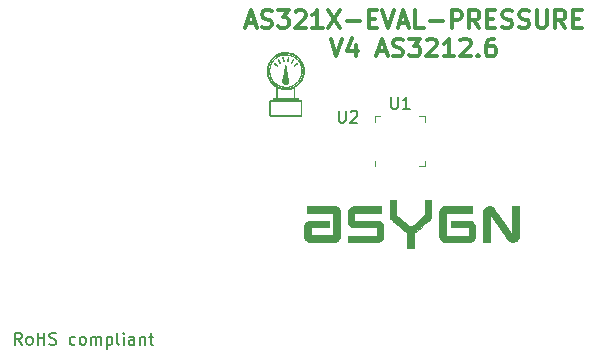
<source format=gbr>
G04 #@! TF.GenerationSoftware,KiCad,Pcbnew,6.0.9-8da3e8f707~117~ubuntu20.04.1*
G04 #@! TF.CreationDate,2022-12-15T16:27:20+01:00*
G04 #@! TF.ProjectId,picsyle-R_pressure_915,70696373-796c-4652-9d52-5f7072657373,rev?*
G04 #@! TF.SameCoordinates,Original*
G04 #@! TF.FileFunction,Legend,Top*
G04 #@! TF.FilePolarity,Positive*
%FSLAX46Y46*%
G04 Gerber Fmt 4.6, Leading zero omitted, Abs format (unit mm)*
G04 Created by KiCad (PCBNEW 6.0.9-8da3e8f707~117~ubuntu20.04.1) date 2022-12-15 16:27:20*
%MOMM*%
%LPD*%
G01*
G04 APERTURE LIST*
%ADD10C,0.300000*%
%ADD11C,0.150000*%
%ADD12C,0.010000*%
%ADD13C,0.120000*%
G04 APERTURE END LIST*
D10*
X50821428Y-35942500D02*
X51535714Y-35942500D01*
X50678571Y-36371071D02*
X51178571Y-34871071D01*
X51678571Y-36371071D01*
X52107142Y-36299642D02*
X52321428Y-36371071D01*
X52678571Y-36371071D01*
X52821428Y-36299642D01*
X52892857Y-36228214D01*
X52964285Y-36085357D01*
X52964285Y-35942500D01*
X52892857Y-35799642D01*
X52821428Y-35728214D01*
X52678571Y-35656785D01*
X52392857Y-35585357D01*
X52250000Y-35513928D01*
X52178571Y-35442500D01*
X52107142Y-35299642D01*
X52107142Y-35156785D01*
X52178571Y-35013928D01*
X52250000Y-34942500D01*
X52392857Y-34871071D01*
X52750000Y-34871071D01*
X52964285Y-34942500D01*
X53464285Y-34871071D02*
X54392857Y-34871071D01*
X53892857Y-35442500D01*
X54107142Y-35442500D01*
X54250000Y-35513928D01*
X54321428Y-35585357D01*
X54392857Y-35728214D01*
X54392857Y-36085357D01*
X54321428Y-36228214D01*
X54250000Y-36299642D01*
X54107142Y-36371071D01*
X53678571Y-36371071D01*
X53535714Y-36299642D01*
X53464285Y-36228214D01*
X54964285Y-35013928D02*
X55035714Y-34942500D01*
X55178571Y-34871071D01*
X55535714Y-34871071D01*
X55678571Y-34942500D01*
X55750000Y-35013928D01*
X55821428Y-35156785D01*
X55821428Y-35299642D01*
X55750000Y-35513928D01*
X54892857Y-36371071D01*
X55821428Y-36371071D01*
X57250000Y-36371071D02*
X56392857Y-36371071D01*
X56821428Y-36371071D02*
X56821428Y-34871071D01*
X56678571Y-35085357D01*
X56535714Y-35228214D01*
X56392857Y-35299642D01*
X57750000Y-34871071D02*
X58750000Y-36371071D01*
X58750000Y-34871071D02*
X57750000Y-36371071D01*
X59321428Y-35799642D02*
X60464285Y-35799642D01*
X61178571Y-35585357D02*
X61678571Y-35585357D01*
X61892857Y-36371071D02*
X61178571Y-36371071D01*
X61178571Y-34871071D01*
X61892857Y-34871071D01*
X62321428Y-34871071D02*
X62821428Y-36371071D01*
X63321428Y-34871071D01*
X63749999Y-35942500D02*
X64464285Y-35942500D01*
X63607142Y-36371071D02*
X64107142Y-34871071D01*
X64607142Y-36371071D01*
X65821428Y-36371071D02*
X65107142Y-36371071D01*
X65107142Y-34871071D01*
X66321428Y-35799642D02*
X67464285Y-35799642D01*
X68178571Y-36371071D02*
X68178571Y-34871071D01*
X68750000Y-34871071D01*
X68892857Y-34942500D01*
X68964285Y-35013928D01*
X69035714Y-35156785D01*
X69035714Y-35371071D01*
X68964285Y-35513928D01*
X68892857Y-35585357D01*
X68750000Y-35656785D01*
X68178571Y-35656785D01*
X70535714Y-36371071D02*
X70035714Y-35656785D01*
X69678571Y-36371071D02*
X69678571Y-34871071D01*
X70250000Y-34871071D01*
X70392857Y-34942500D01*
X70464285Y-35013928D01*
X70535714Y-35156785D01*
X70535714Y-35371071D01*
X70464285Y-35513928D01*
X70392857Y-35585357D01*
X70250000Y-35656785D01*
X69678571Y-35656785D01*
X71178571Y-35585357D02*
X71678571Y-35585357D01*
X71892857Y-36371071D02*
X71178571Y-36371071D01*
X71178571Y-34871071D01*
X71892857Y-34871071D01*
X72464285Y-36299642D02*
X72678571Y-36371071D01*
X73035714Y-36371071D01*
X73178571Y-36299642D01*
X73250000Y-36228214D01*
X73321428Y-36085357D01*
X73321428Y-35942500D01*
X73250000Y-35799642D01*
X73178571Y-35728214D01*
X73035714Y-35656785D01*
X72750000Y-35585357D01*
X72607142Y-35513928D01*
X72535714Y-35442500D01*
X72464285Y-35299642D01*
X72464285Y-35156785D01*
X72535714Y-35013928D01*
X72607142Y-34942500D01*
X72750000Y-34871071D01*
X73107142Y-34871071D01*
X73321428Y-34942500D01*
X73892857Y-36299642D02*
X74107142Y-36371071D01*
X74464285Y-36371071D01*
X74607142Y-36299642D01*
X74678571Y-36228214D01*
X74750000Y-36085357D01*
X74750000Y-35942500D01*
X74678571Y-35799642D01*
X74607142Y-35728214D01*
X74464285Y-35656785D01*
X74178571Y-35585357D01*
X74035714Y-35513928D01*
X73964285Y-35442500D01*
X73892857Y-35299642D01*
X73892857Y-35156785D01*
X73964285Y-35013928D01*
X74035714Y-34942500D01*
X74178571Y-34871071D01*
X74535714Y-34871071D01*
X74750000Y-34942500D01*
X75392857Y-34871071D02*
X75392857Y-36085357D01*
X75464285Y-36228214D01*
X75535714Y-36299642D01*
X75678571Y-36371071D01*
X75964285Y-36371071D01*
X76107142Y-36299642D01*
X76178571Y-36228214D01*
X76250000Y-36085357D01*
X76250000Y-34871071D01*
X77821428Y-36371071D02*
X77321428Y-35656785D01*
X76964285Y-36371071D02*
X76964285Y-34871071D01*
X77535714Y-34871071D01*
X77678571Y-34942500D01*
X77750000Y-35013928D01*
X77821428Y-35156785D01*
X77821428Y-35371071D01*
X77750000Y-35513928D01*
X77678571Y-35585357D01*
X77535714Y-35656785D01*
X76964285Y-35656785D01*
X78464285Y-35585357D02*
X78964285Y-35585357D01*
X79178571Y-36371071D02*
X78464285Y-36371071D01*
X78464285Y-34871071D01*
X79178571Y-34871071D01*
X57928571Y-37286071D02*
X58428571Y-38786071D01*
X58928571Y-37286071D01*
X60071428Y-37786071D02*
X60071428Y-38786071D01*
X59714285Y-37214642D02*
X59357142Y-38286071D01*
X60285714Y-38286071D01*
X61928571Y-38357500D02*
X62642857Y-38357500D01*
X61785714Y-38786071D02*
X62285714Y-37286071D01*
X62785714Y-38786071D01*
X63214285Y-38714642D02*
X63428571Y-38786071D01*
X63785714Y-38786071D01*
X63928571Y-38714642D01*
X64000000Y-38643214D01*
X64071428Y-38500357D01*
X64071428Y-38357500D01*
X64000000Y-38214642D01*
X63928571Y-38143214D01*
X63785714Y-38071785D01*
X63500000Y-38000357D01*
X63357142Y-37928928D01*
X63285714Y-37857500D01*
X63214285Y-37714642D01*
X63214285Y-37571785D01*
X63285714Y-37428928D01*
X63357142Y-37357500D01*
X63500000Y-37286071D01*
X63857142Y-37286071D01*
X64071428Y-37357500D01*
X64571428Y-37286071D02*
X65500000Y-37286071D01*
X65000000Y-37857500D01*
X65214285Y-37857500D01*
X65357142Y-37928928D01*
X65428571Y-38000357D01*
X65500000Y-38143214D01*
X65500000Y-38500357D01*
X65428571Y-38643214D01*
X65357142Y-38714642D01*
X65214285Y-38786071D01*
X64785714Y-38786071D01*
X64642857Y-38714642D01*
X64571428Y-38643214D01*
X66071428Y-37428928D02*
X66142857Y-37357500D01*
X66285714Y-37286071D01*
X66642857Y-37286071D01*
X66785714Y-37357500D01*
X66857142Y-37428928D01*
X66928571Y-37571785D01*
X66928571Y-37714642D01*
X66857142Y-37928928D01*
X66000000Y-38786071D01*
X66928571Y-38786071D01*
X68357142Y-38786071D02*
X67500000Y-38786071D01*
X67928571Y-38786071D02*
X67928571Y-37286071D01*
X67785714Y-37500357D01*
X67642857Y-37643214D01*
X67500000Y-37714642D01*
X68928571Y-37428928D02*
X69000000Y-37357500D01*
X69142857Y-37286071D01*
X69500000Y-37286071D01*
X69642857Y-37357500D01*
X69714285Y-37428928D01*
X69785714Y-37571785D01*
X69785714Y-37714642D01*
X69714285Y-37928928D01*
X68857142Y-38786071D01*
X69785714Y-38786071D01*
X70428571Y-38643214D02*
X70500000Y-38714642D01*
X70428571Y-38786071D01*
X70357142Y-38714642D01*
X70428571Y-38643214D01*
X70428571Y-38786071D01*
X71785714Y-37286071D02*
X71500000Y-37286071D01*
X71357142Y-37357500D01*
X71285714Y-37428928D01*
X71142857Y-37643214D01*
X71071428Y-37928928D01*
X71071428Y-38500357D01*
X71142857Y-38643214D01*
X71214285Y-38714642D01*
X71357142Y-38786071D01*
X71642857Y-38786071D01*
X71785714Y-38714642D01*
X71857142Y-38643214D01*
X71928571Y-38500357D01*
X71928571Y-38143214D01*
X71857142Y-38000357D01*
X71785714Y-37928928D01*
X71642857Y-37857500D01*
X71357142Y-37857500D01*
X71214285Y-37928928D01*
X71142857Y-38000357D01*
X71071428Y-38143214D01*
D11*
X31795714Y-63182380D02*
X31462380Y-62706190D01*
X31224285Y-63182380D02*
X31224285Y-62182380D01*
X31605238Y-62182380D01*
X31700476Y-62230000D01*
X31748095Y-62277619D01*
X31795714Y-62372857D01*
X31795714Y-62515714D01*
X31748095Y-62610952D01*
X31700476Y-62658571D01*
X31605238Y-62706190D01*
X31224285Y-62706190D01*
X32367142Y-63182380D02*
X32271904Y-63134761D01*
X32224285Y-63087142D01*
X32176666Y-62991904D01*
X32176666Y-62706190D01*
X32224285Y-62610952D01*
X32271904Y-62563333D01*
X32367142Y-62515714D01*
X32510000Y-62515714D01*
X32605238Y-62563333D01*
X32652857Y-62610952D01*
X32700476Y-62706190D01*
X32700476Y-62991904D01*
X32652857Y-63087142D01*
X32605238Y-63134761D01*
X32510000Y-63182380D01*
X32367142Y-63182380D01*
X33129047Y-63182380D02*
X33129047Y-62182380D01*
X33129047Y-62658571D02*
X33700476Y-62658571D01*
X33700476Y-63182380D02*
X33700476Y-62182380D01*
X34129047Y-63134761D02*
X34271904Y-63182380D01*
X34510000Y-63182380D01*
X34605238Y-63134761D01*
X34652857Y-63087142D01*
X34700476Y-62991904D01*
X34700476Y-62896666D01*
X34652857Y-62801428D01*
X34605238Y-62753809D01*
X34510000Y-62706190D01*
X34319523Y-62658571D01*
X34224285Y-62610952D01*
X34176666Y-62563333D01*
X34129047Y-62468095D01*
X34129047Y-62372857D01*
X34176666Y-62277619D01*
X34224285Y-62230000D01*
X34319523Y-62182380D01*
X34557619Y-62182380D01*
X34700476Y-62230000D01*
X36319523Y-63134761D02*
X36224285Y-63182380D01*
X36033809Y-63182380D01*
X35938571Y-63134761D01*
X35890952Y-63087142D01*
X35843333Y-62991904D01*
X35843333Y-62706190D01*
X35890952Y-62610952D01*
X35938571Y-62563333D01*
X36033809Y-62515714D01*
X36224285Y-62515714D01*
X36319523Y-62563333D01*
X36890952Y-63182380D02*
X36795714Y-63134761D01*
X36748095Y-63087142D01*
X36700476Y-62991904D01*
X36700476Y-62706190D01*
X36748095Y-62610952D01*
X36795714Y-62563333D01*
X36890952Y-62515714D01*
X37033809Y-62515714D01*
X37129047Y-62563333D01*
X37176666Y-62610952D01*
X37224285Y-62706190D01*
X37224285Y-62991904D01*
X37176666Y-63087142D01*
X37129047Y-63134761D01*
X37033809Y-63182380D01*
X36890952Y-63182380D01*
X37652857Y-63182380D02*
X37652857Y-62515714D01*
X37652857Y-62610952D02*
X37700476Y-62563333D01*
X37795714Y-62515714D01*
X37938571Y-62515714D01*
X38033809Y-62563333D01*
X38081428Y-62658571D01*
X38081428Y-63182380D01*
X38081428Y-62658571D02*
X38129047Y-62563333D01*
X38224285Y-62515714D01*
X38367142Y-62515714D01*
X38462380Y-62563333D01*
X38510000Y-62658571D01*
X38510000Y-63182380D01*
X38986190Y-62515714D02*
X38986190Y-63515714D01*
X38986190Y-62563333D02*
X39081428Y-62515714D01*
X39271904Y-62515714D01*
X39367142Y-62563333D01*
X39414761Y-62610952D01*
X39462380Y-62706190D01*
X39462380Y-62991904D01*
X39414761Y-63087142D01*
X39367142Y-63134761D01*
X39271904Y-63182380D01*
X39081428Y-63182380D01*
X38986190Y-63134761D01*
X40033809Y-63182380D02*
X39938571Y-63134761D01*
X39890952Y-63039523D01*
X39890952Y-62182380D01*
X40414761Y-63182380D02*
X40414761Y-62515714D01*
X40414761Y-62182380D02*
X40367142Y-62230000D01*
X40414761Y-62277619D01*
X40462380Y-62230000D01*
X40414761Y-62182380D01*
X40414761Y-62277619D01*
X41319523Y-63182380D02*
X41319523Y-62658571D01*
X41271904Y-62563333D01*
X41176666Y-62515714D01*
X40986190Y-62515714D01*
X40890952Y-62563333D01*
X41319523Y-63134761D02*
X41224285Y-63182380D01*
X40986190Y-63182380D01*
X40890952Y-63134761D01*
X40843333Y-63039523D01*
X40843333Y-62944285D01*
X40890952Y-62849047D01*
X40986190Y-62801428D01*
X41224285Y-62801428D01*
X41319523Y-62753809D01*
X41795714Y-62515714D02*
X41795714Y-63182380D01*
X41795714Y-62610952D02*
X41843333Y-62563333D01*
X41938571Y-62515714D01*
X42081428Y-62515714D01*
X42176666Y-62563333D01*
X42224285Y-62658571D01*
X42224285Y-63182380D01*
X42557619Y-62515714D02*
X42938571Y-62515714D01*
X42700476Y-62182380D02*
X42700476Y-63039523D01*
X42748095Y-63134761D01*
X42843333Y-63182380D01*
X42938571Y-63182380D01*
X63058095Y-42212380D02*
X63058095Y-43021904D01*
X63105714Y-43117142D01*
X63153333Y-43164761D01*
X63248571Y-43212380D01*
X63439047Y-43212380D01*
X63534285Y-43164761D01*
X63581904Y-43117142D01*
X63629523Y-43021904D01*
X63629523Y-42212380D01*
X64629523Y-43212380D02*
X64058095Y-43212380D01*
X64343809Y-43212380D02*
X64343809Y-42212380D01*
X64248571Y-42355238D01*
X64153333Y-42450476D01*
X64058095Y-42498095D01*
X58628095Y-43382380D02*
X58628095Y-44191904D01*
X58675714Y-44287142D01*
X58723333Y-44334761D01*
X58818571Y-44382380D01*
X59009047Y-44382380D01*
X59104285Y-44334761D01*
X59151904Y-44287142D01*
X59199523Y-44191904D01*
X59199523Y-43382380D01*
X59628095Y-43477619D02*
X59675714Y-43430000D01*
X59770952Y-43382380D01*
X60009047Y-43382380D01*
X60104285Y-43430000D01*
X60151904Y-43477619D01*
X60199523Y-43572857D01*
X60199523Y-43668095D01*
X60151904Y-43810952D01*
X59580476Y-44382380D01*
X60199523Y-44382380D01*
G36*
X69923500Y-52016917D02*
G01*
X67690416Y-52016917D01*
X67690416Y-53943083D01*
X69616583Y-53943083D01*
X69616583Y-53255167D01*
X68092583Y-53255167D01*
X68092583Y-52704833D01*
X68910568Y-52704833D01*
X69067494Y-52704840D01*
X69204761Y-52704924D01*
X69323876Y-52705177D01*
X69426347Y-52705691D01*
X69513681Y-52706559D01*
X69587386Y-52707875D01*
X69648969Y-52709729D01*
X69699937Y-52712216D01*
X69741799Y-52715428D01*
X69776061Y-52719457D01*
X69804231Y-52724396D01*
X69827817Y-52730338D01*
X69848325Y-52737375D01*
X69867264Y-52745600D01*
X69886141Y-52755106D01*
X69906463Y-52765985D01*
X69906558Y-52766036D01*
X69971669Y-52810419D01*
X70033803Y-52869947D01*
X70087455Y-52938748D01*
X70118415Y-52992086D01*
X70132674Y-53023149D01*
X70144563Y-53054965D01*
X70154260Y-53089665D01*
X70161945Y-53129377D01*
X70167795Y-53176229D01*
X70171988Y-53232352D01*
X70174704Y-53299873D01*
X70176120Y-53380923D01*
X70176415Y-53477630D01*
X70175767Y-53592123D01*
X70175025Y-53667917D01*
X70173835Y-53771216D01*
X70172638Y-53855703D01*
X70171300Y-53923732D01*
X70169687Y-53977657D01*
X70167667Y-54019832D01*
X70165105Y-54052611D01*
X70161868Y-54078348D01*
X70157823Y-54099397D01*
X70152836Y-54118112D01*
X70148768Y-54130918D01*
X70108930Y-54220163D01*
X70052716Y-54301590D01*
X69983274Y-54372260D01*
X69903749Y-54429232D01*
X69817290Y-54469566D01*
X69772351Y-54482597D01*
X69754273Y-54484297D01*
X69715891Y-54485868D01*
X69658064Y-54487301D01*
X69581653Y-54488589D01*
X69487521Y-54489724D01*
X69376527Y-54490698D01*
X69249532Y-54491503D01*
X69107399Y-54492131D01*
X68950987Y-54492575D01*
X68781158Y-54492827D01*
X68642916Y-54492885D01*
X67558125Y-54492870D01*
X67486917Y-54468602D01*
X67409559Y-54434584D01*
X67335733Y-54388095D01*
X67273234Y-54334247D01*
X67259809Y-54319681D01*
X67225431Y-54272174D01*
X67191961Y-54212080D01*
X67163418Y-54147750D01*
X67143822Y-54087534D01*
X67140244Y-54071284D01*
X67138363Y-54050596D01*
X67136658Y-54010613D01*
X67135128Y-53953129D01*
X67133772Y-53879934D01*
X67132590Y-53792819D01*
X67131580Y-53693576D01*
X67130742Y-53583995D01*
X67130074Y-53465868D01*
X67129578Y-53340985D01*
X67129250Y-53211139D01*
X67129091Y-53078120D01*
X67129100Y-52943719D01*
X67129276Y-52809728D01*
X67129619Y-52677937D01*
X67130127Y-52550138D01*
X67130800Y-52428122D01*
X67131637Y-52313681D01*
X67132637Y-52208604D01*
X67133800Y-52114684D01*
X67135124Y-52033711D01*
X67136609Y-51967477D01*
X67138254Y-51917773D01*
X67140059Y-51886390D01*
X67141195Y-51877208D01*
X67168411Y-51791646D01*
X67212156Y-51708794D01*
X67269024Y-51633102D01*
X67335611Y-51569020D01*
X67408511Y-51520995D01*
X67417102Y-51516724D01*
X67436163Y-51507518D01*
X67453718Y-51499299D01*
X67471013Y-51492008D01*
X67489295Y-51485591D01*
X67509809Y-51479992D01*
X67533802Y-51475155D01*
X67562520Y-51471023D01*
X67597208Y-51467542D01*
X67639113Y-51464655D01*
X67689481Y-51462306D01*
X67749558Y-51460439D01*
X67820590Y-51458999D01*
X67903823Y-51457929D01*
X68000502Y-51457174D01*
X68111875Y-51456677D01*
X68239187Y-51456384D01*
X68383685Y-51456237D01*
X68546613Y-51456181D01*
X68729219Y-51456161D01*
X68767270Y-51456156D01*
X69923500Y-51456000D01*
X69923500Y-52016917D01*
G37*
D12*
X69923500Y-52016917D02*
X67690416Y-52016917D01*
X67690416Y-53943083D01*
X69616583Y-53943083D01*
X69616583Y-53255167D01*
X68092583Y-53255167D01*
X68092583Y-52704833D01*
X68910568Y-52704833D01*
X69067494Y-52704840D01*
X69204761Y-52704924D01*
X69323876Y-52705177D01*
X69426347Y-52705691D01*
X69513681Y-52706559D01*
X69587386Y-52707875D01*
X69648969Y-52709729D01*
X69699937Y-52712216D01*
X69741799Y-52715428D01*
X69776061Y-52719457D01*
X69804231Y-52724396D01*
X69827817Y-52730338D01*
X69848325Y-52737375D01*
X69867264Y-52745600D01*
X69886141Y-52755106D01*
X69906463Y-52765985D01*
X69906558Y-52766036D01*
X69971669Y-52810419D01*
X70033803Y-52869947D01*
X70087455Y-52938748D01*
X70118415Y-52992086D01*
X70132674Y-53023149D01*
X70144563Y-53054965D01*
X70154260Y-53089665D01*
X70161945Y-53129377D01*
X70167795Y-53176229D01*
X70171988Y-53232352D01*
X70174704Y-53299873D01*
X70176120Y-53380923D01*
X70176415Y-53477630D01*
X70175767Y-53592123D01*
X70175025Y-53667917D01*
X70173835Y-53771216D01*
X70172638Y-53855703D01*
X70171300Y-53923732D01*
X70169687Y-53977657D01*
X70167667Y-54019832D01*
X70165105Y-54052611D01*
X70161868Y-54078348D01*
X70157823Y-54099397D01*
X70152836Y-54118112D01*
X70148768Y-54130918D01*
X70108930Y-54220163D01*
X70052716Y-54301590D01*
X69983274Y-54372260D01*
X69903749Y-54429232D01*
X69817290Y-54469566D01*
X69772351Y-54482597D01*
X69754273Y-54484297D01*
X69715891Y-54485868D01*
X69658064Y-54487301D01*
X69581653Y-54488589D01*
X69487521Y-54489724D01*
X69376527Y-54490698D01*
X69249532Y-54491503D01*
X69107399Y-54492131D01*
X68950987Y-54492575D01*
X68781158Y-54492827D01*
X68642916Y-54492885D01*
X67558125Y-54492870D01*
X67486917Y-54468602D01*
X67409559Y-54434584D01*
X67335733Y-54388095D01*
X67273234Y-54334247D01*
X67259809Y-54319681D01*
X67225431Y-54272174D01*
X67191961Y-54212080D01*
X67163418Y-54147750D01*
X67143822Y-54087534D01*
X67140244Y-54071284D01*
X67138363Y-54050596D01*
X67136658Y-54010613D01*
X67135128Y-53953129D01*
X67133772Y-53879934D01*
X67132590Y-53792819D01*
X67131580Y-53693576D01*
X67130742Y-53583995D01*
X67130074Y-53465868D01*
X67129578Y-53340985D01*
X67129250Y-53211139D01*
X67129091Y-53078120D01*
X67129100Y-52943719D01*
X67129276Y-52809728D01*
X67129619Y-52677937D01*
X67130127Y-52550138D01*
X67130800Y-52428122D01*
X67131637Y-52313681D01*
X67132637Y-52208604D01*
X67133800Y-52114684D01*
X67135124Y-52033711D01*
X67136609Y-51967477D01*
X67138254Y-51917773D01*
X67140059Y-51886390D01*
X67141195Y-51877208D01*
X67168411Y-51791646D01*
X67212156Y-51708794D01*
X67269024Y-51633102D01*
X67335611Y-51569020D01*
X67408511Y-51520995D01*
X67417102Y-51516724D01*
X67436163Y-51507518D01*
X67453718Y-51499299D01*
X67471013Y-51492008D01*
X67489295Y-51485591D01*
X67509809Y-51479992D01*
X67533802Y-51475155D01*
X67562520Y-51471023D01*
X67597208Y-51467542D01*
X67639113Y-51464655D01*
X67689481Y-51462306D01*
X67749558Y-51460439D01*
X67820590Y-51458999D01*
X67903823Y-51457929D01*
X68000502Y-51457174D01*
X68111875Y-51456677D01*
X68239187Y-51456384D01*
X68383685Y-51456237D01*
X68546613Y-51456181D01*
X68729219Y-51456161D01*
X68767270Y-51456156D01*
X69923500Y-51456000D01*
X69923500Y-52016917D01*
G36*
X62165916Y-52016917D02*
G01*
X59932833Y-52016917D01*
X59932833Y-52704833D01*
X60951479Y-52704959D01*
X61124686Y-52704978D01*
X61278071Y-52705030D01*
X61412976Y-52705176D01*
X61530746Y-52705477D01*
X61632722Y-52705995D01*
X61720251Y-52706788D01*
X61794673Y-52707920D01*
X61857335Y-52709450D01*
X61909578Y-52711439D01*
X61952746Y-52713949D01*
X61988184Y-52717040D01*
X62017234Y-52720772D01*
X62041240Y-52725208D01*
X62061546Y-52730407D01*
X62079496Y-52736431D01*
X62096432Y-52743341D01*
X62113699Y-52751197D01*
X62128875Y-52758307D01*
X62170528Y-52783759D01*
X62217976Y-52822079D01*
X62266004Y-52868055D01*
X62309402Y-52916475D01*
X62342956Y-52962125D01*
X62355859Y-52985292D01*
X62368218Y-53012436D01*
X62378502Y-53037662D01*
X62386900Y-53063174D01*
X62393604Y-53091175D01*
X62398806Y-53123869D01*
X62402697Y-53163460D01*
X62405468Y-53212151D01*
X62407310Y-53272146D01*
X62408415Y-53345648D01*
X62408974Y-53434863D01*
X62409179Y-53541992D01*
X62409207Y-53599850D01*
X62409139Y-53713612D01*
X62408822Y-53808257D01*
X62408188Y-53885833D01*
X62407172Y-53948388D01*
X62405706Y-53997970D01*
X62403723Y-54036628D01*
X62401156Y-54066409D01*
X62397939Y-54089364D01*
X62394005Y-54107538D01*
X62392448Y-54113141D01*
X62354204Y-54208340D01*
X62299408Y-54294016D01*
X62230568Y-54367858D01*
X62150189Y-54427552D01*
X62060777Y-54470786D01*
X61981410Y-54492530D01*
X61960825Y-54494522D01*
X61921798Y-54496318D01*
X61864063Y-54497919D01*
X61787353Y-54499328D01*
X61691402Y-54500547D01*
X61575944Y-54501578D01*
X61440712Y-54502423D01*
X61285439Y-54503085D01*
X61109859Y-54503567D01*
X60913706Y-54503869D01*
X60696713Y-54503995D01*
X60645264Y-54504000D01*
X59371916Y-54504000D01*
X59371916Y-53943083D01*
X61859000Y-53943083D01*
X61859000Y-53255167D01*
X60833531Y-53255167D01*
X60663154Y-53255155D01*
X60512618Y-53255103D01*
X60380597Y-53254986D01*
X60265764Y-53254777D01*
X60166793Y-53254452D01*
X60082358Y-53253985D01*
X60011134Y-53253350D01*
X59951794Y-53252523D01*
X59903012Y-53251476D01*
X59863461Y-53250186D01*
X59831817Y-53248626D01*
X59806753Y-53246772D01*
X59786942Y-53244596D01*
X59771059Y-53242075D01*
X59757777Y-53239183D01*
X59745771Y-53235894D01*
X59740038Y-53234156D01*
X59645759Y-53194398D01*
X59561703Y-53137656D01*
X59490200Y-53066353D01*
X59433584Y-52982913D01*
X59394186Y-52889758D01*
X59388139Y-52868505D01*
X59383536Y-52839432D01*
X59379616Y-52792125D01*
X59376377Y-52729503D01*
X59373820Y-52654486D01*
X59371946Y-52569994D01*
X59370754Y-52478949D01*
X59370244Y-52384270D01*
X59370417Y-52288877D01*
X59371272Y-52195690D01*
X59372809Y-52107631D01*
X59375030Y-52027618D01*
X59377932Y-51958573D01*
X59381518Y-51903415D01*
X59385786Y-51865065D01*
X59388121Y-51853315D01*
X59422923Y-51759780D01*
X59475090Y-51674533D01*
X59541937Y-51600093D01*
X59620775Y-51538976D01*
X59708919Y-51493701D01*
X59799839Y-51467470D01*
X59821430Y-51465363D01*
X59862067Y-51463475D01*
X59921974Y-51461805D01*
X60001372Y-51460350D01*
X60100484Y-51459109D01*
X60219532Y-51458079D01*
X60358739Y-51457258D01*
X60518326Y-51456644D01*
X60698518Y-51456234D01*
X60899535Y-51456028D01*
X61014277Y-51456000D01*
X62165916Y-51456000D01*
X62165916Y-52016917D01*
G37*
X62165916Y-52016917D02*
X59932833Y-52016917D01*
X59932833Y-52704833D01*
X60951479Y-52704959D01*
X61124686Y-52704978D01*
X61278071Y-52705030D01*
X61412976Y-52705176D01*
X61530746Y-52705477D01*
X61632722Y-52705995D01*
X61720251Y-52706788D01*
X61794673Y-52707920D01*
X61857335Y-52709450D01*
X61909578Y-52711439D01*
X61952746Y-52713949D01*
X61988184Y-52717040D01*
X62017234Y-52720772D01*
X62041240Y-52725208D01*
X62061546Y-52730407D01*
X62079496Y-52736431D01*
X62096432Y-52743341D01*
X62113699Y-52751197D01*
X62128875Y-52758307D01*
X62170528Y-52783759D01*
X62217976Y-52822079D01*
X62266004Y-52868055D01*
X62309402Y-52916475D01*
X62342956Y-52962125D01*
X62355859Y-52985292D01*
X62368218Y-53012436D01*
X62378502Y-53037662D01*
X62386900Y-53063174D01*
X62393604Y-53091175D01*
X62398806Y-53123869D01*
X62402697Y-53163460D01*
X62405468Y-53212151D01*
X62407310Y-53272146D01*
X62408415Y-53345648D01*
X62408974Y-53434863D01*
X62409179Y-53541992D01*
X62409207Y-53599850D01*
X62409139Y-53713612D01*
X62408822Y-53808257D01*
X62408188Y-53885833D01*
X62407172Y-53948388D01*
X62405706Y-53997970D01*
X62403723Y-54036628D01*
X62401156Y-54066409D01*
X62397939Y-54089364D01*
X62394005Y-54107538D01*
X62392448Y-54113141D01*
X62354204Y-54208340D01*
X62299408Y-54294016D01*
X62230568Y-54367858D01*
X62150189Y-54427552D01*
X62060777Y-54470786D01*
X61981410Y-54492530D01*
X61960825Y-54494522D01*
X61921798Y-54496318D01*
X61864063Y-54497919D01*
X61787353Y-54499328D01*
X61691402Y-54500547D01*
X61575944Y-54501578D01*
X61440712Y-54502423D01*
X61285439Y-54503085D01*
X61109859Y-54503567D01*
X60913706Y-54503869D01*
X60696713Y-54503995D01*
X60645264Y-54504000D01*
X59371916Y-54504000D01*
X59371916Y-53943083D01*
X61859000Y-53943083D01*
X61859000Y-53255167D01*
X60833531Y-53255167D01*
X60663154Y-53255155D01*
X60512618Y-53255103D01*
X60380597Y-53254986D01*
X60265764Y-53254777D01*
X60166793Y-53254452D01*
X60082358Y-53253985D01*
X60011134Y-53253350D01*
X59951794Y-53252523D01*
X59903012Y-53251476D01*
X59863461Y-53250186D01*
X59831817Y-53248626D01*
X59806753Y-53246772D01*
X59786942Y-53244596D01*
X59771059Y-53242075D01*
X59757777Y-53239183D01*
X59745771Y-53235894D01*
X59740038Y-53234156D01*
X59645759Y-53194398D01*
X59561703Y-53137656D01*
X59490200Y-53066353D01*
X59433584Y-52982913D01*
X59394186Y-52889758D01*
X59388139Y-52868505D01*
X59383536Y-52839432D01*
X59379616Y-52792125D01*
X59376377Y-52729503D01*
X59373820Y-52654486D01*
X59371946Y-52569994D01*
X59370754Y-52478949D01*
X59370244Y-52384270D01*
X59370417Y-52288877D01*
X59371272Y-52195690D01*
X59372809Y-52107631D01*
X59375030Y-52027618D01*
X59377932Y-51958573D01*
X59381518Y-51903415D01*
X59385786Y-51865065D01*
X59388121Y-51853315D01*
X59422923Y-51759780D01*
X59475090Y-51674533D01*
X59541937Y-51600093D01*
X59620775Y-51538976D01*
X59708919Y-51493701D01*
X59799839Y-51467470D01*
X59821430Y-51465363D01*
X59862067Y-51463475D01*
X59921974Y-51461805D01*
X60001372Y-51460350D01*
X60100484Y-51459109D01*
X60219532Y-51458079D01*
X60358739Y-51457258D01*
X60518326Y-51456644D01*
X60698518Y-51456234D01*
X60899535Y-51456028D01*
X61014277Y-51456000D01*
X62165916Y-51456000D01*
X62165916Y-52016917D01*
G36*
X57305134Y-51456008D02*
G01*
X57468486Y-51456047D01*
X57613124Y-51456137D01*
X57740278Y-51456299D01*
X57851173Y-51456555D01*
X57947036Y-51456925D01*
X58029095Y-51457430D01*
X58098576Y-51458090D01*
X58156708Y-51458928D01*
X58204716Y-51459963D01*
X58243828Y-51461217D01*
X58275270Y-51462711D01*
X58300271Y-51464465D01*
X58320056Y-51466501D01*
X58335853Y-51468839D01*
X58348890Y-51471500D01*
X58360392Y-51474505D01*
X58369617Y-51477265D01*
X58458831Y-51515062D01*
X58540680Y-51569646D01*
X58611185Y-51637657D01*
X58666368Y-51715737D01*
X58677887Y-51737623D01*
X58687318Y-51756779D01*
X58695688Y-51774350D01*
X58703060Y-51791653D01*
X58709497Y-51810004D01*
X58715063Y-51830720D01*
X58719821Y-51855118D01*
X58723833Y-51884515D01*
X58727165Y-51920227D01*
X58729878Y-51963571D01*
X58732036Y-52015864D01*
X58733703Y-52078422D01*
X58734941Y-52152563D01*
X58735814Y-52239602D01*
X58736385Y-52340857D01*
X58736718Y-52457644D01*
X58736875Y-52591280D01*
X58736920Y-52743082D01*
X58736917Y-52914366D01*
X58736916Y-52965827D01*
X58736816Y-53163994D01*
X58736512Y-53341423D01*
X58736000Y-53498544D01*
X58735276Y-53635785D01*
X58734334Y-53753575D01*
X58733171Y-53852343D01*
X58731781Y-53932517D01*
X58730161Y-53994526D01*
X58728305Y-54038799D01*
X58726210Y-54065765D01*
X58725221Y-54072208D01*
X58698565Y-54156441D01*
X58655868Y-54238290D01*
X58600516Y-54313322D01*
X58535895Y-54377105D01*
X58465392Y-54425208D01*
X58449301Y-54433307D01*
X58429005Y-54442866D01*
X58410280Y-54451349D01*
X58391801Y-54458819D01*
X58372245Y-54465339D01*
X58350285Y-54470971D01*
X58324597Y-54475780D01*
X58293857Y-54479827D01*
X58256739Y-54483175D01*
X58211919Y-54485888D01*
X58158073Y-54488029D01*
X58093875Y-54489661D01*
X58018001Y-54490846D01*
X57929126Y-54491647D01*
X57825925Y-54492128D01*
X57707073Y-54492352D01*
X57571247Y-54492381D01*
X57417120Y-54492278D01*
X57243369Y-54492107D01*
X57212916Y-54492076D01*
X57051419Y-54491816D01*
X56898544Y-54491369D01*
X56755545Y-54490748D01*
X56623676Y-54489966D01*
X56504192Y-54489035D01*
X56398345Y-54487968D01*
X56307391Y-54486778D01*
X56232582Y-54485477D01*
X56175174Y-54484078D01*
X56136419Y-54482594D01*
X56117573Y-54481037D01*
X56117541Y-54481031D01*
X56030985Y-54454792D01*
X55946706Y-54410967D01*
X55869475Y-54352989D01*
X55804057Y-54284292D01*
X55765425Y-54227465D01*
X55750468Y-54200730D01*
X55737931Y-54176197D01*
X55727612Y-54151783D01*
X55719312Y-54125407D01*
X55712831Y-54094986D01*
X55707967Y-54058439D01*
X55704522Y-54013682D01*
X55702295Y-53958633D01*
X55701085Y-53891211D01*
X55700692Y-53809333D01*
X55700917Y-53710917D01*
X55701559Y-53593881D01*
X55701738Y-53565091D01*
X55704791Y-53078899D01*
X55749674Y-52988345D01*
X55805951Y-52896725D01*
X55875979Y-52821195D01*
X55959747Y-52761767D01*
X56057245Y-52718447D01*
X56079775Y-52711305D01*
X56092370Y-52708125D01*
X56108226Y-52705359D01*
X56128800Y-52702980D01*
X56155550Y-52700960D01*
X56189934Y-52699270D01*
X56233407Y-52697882D01*
X56287428Y-52696767D01*
X56353454Y-52695899D01*
X56432942Y-52695248D01*
X56527350Y-52694786D01*
X56638134Y-52694485D01*
X56766753Y-52694316D01*
X56914663Y-52694253D01*
X56960837Y-52694250D01*
X57784416Y-52694250D01*
X57784416Y-53244583D01*
X56249833Y-53244583D01*
X56249833Y-53932500D01*
X58176000Y-53932500D01*
X58176000Y-52006333D01*
X55942916Y-52006333D01*
X55942916Y-51456000D01*
X57121843Y-51456000D01*
X57305134Y-51456008D01*
G37*
X57305134Y-51456008D02*
X57468486Y-51456047D01*
X57613124Y-51456137D01*
X57740278Y-51456299D01*
X57851173Y-51456555D01*
X57947036Y-51456925D01*
X58029095Y-51457430D01*
X58098576Y-51458090D01*
X58156708Y-51458928D01*
X58204716Y-51459963D01*
X58243828Y-51461217D01*
X58275270Y-51462711D01*
X58300271Y-51464465D01*
X58320056Y-51466501D01*
X58335853Y-51468839D01*
X58348890Y-51471500D01*
X58360392Y-51474505D01*
X58369617Y-51477265D01*
X58458831Y-51515062D01*
X58540680Y-51569646D01*
X58611185Y-51637657D01*
X58666368Y-51715737D01*
X58677887Y-51737623D01*
X58687318Y-51756779D01*
X58695688Y-51774350D01*
X58703060Y-51791653D01*
X58709497Y-51810004D01*
X58715063Y-51830720D01*
X58719821Y-51855118D01*
X58723833Y-51884515D01*
X58727165Y-51920227D01*
X58729878Y-51963571D01*
X58732036Y-52015864D01*
X58733703Y-52078422D01*
X58734941Y-52152563D01*
X58735814Y-52239602D01*
X58736385Y-52340857D01*
X58736718Y-52457644D01*
X58736875Y-52591280D01*
X58736920Y-52743082D01*
X58736917Y-52914366D01*
X58736916Y-52965827D01*
X58736816Y-53163994D01*
X58736512Y-53341423D01*
X58736000Y-53498544D01*
X58735276Y-53635785D01*
X58734334Y-53753575D01*
X58733171Y-53852343D01*
X58731781Y-53932517D01*
X58730161Y-53994526D01*
X58728305Y-54038799D01*
X58726210Y-54065765D01*
X58725221Y-54072208D01*
X58698565Y-54156441D01*
X58655868Y-54238290D01*
X58600516Y-54313322D01*
X58535895Y-54377105D01*
X58465392Y-54425208D01*
X58449301Y-54433307D01*
X58429005Y-54442866D01*
X58410280Y-54451349D01*
X58391801Y-54458819D01*
X58372245Y-54465339D01*
X58350285Y-54470971D01*
X58324597Y-54475780D01*
X58293857Y-54479827D01*
X58256739Y-54483175D01*
X58211919Y-54485888D01*
X58158073Y-54488029D01*
X58093875Y-54489661D01*
X58018001Y-54490846D01*
X57929126Y-54491647D01*
X57825925Y-54492128D01*
X57707073Y-54492352D01*
X57571247Y-54492381D01*
X57417120Y-54492278D01*
X57243369Y-54492107D01*
X57212916Y-54492076D01*
X57051419Y-54491816D01*
X56898544Y-54491369D01*
X56755545Y-54490748D01*
X56623676Y-54489966D01*
X56504192Y-54489035D01*
X56398345Y-54487968D01*
X56307391Y-54486778D01*
X56232582Y-54485477D01*
X56175174Y-54484078D01*
X56136419Y-54482594D01*
X56117573Y-54481037D01*
X56117541Y-54481031D01*
X56030985Y-54454792D01*
X55946706Y-54410967D01*
X55869475Y-54352989D01*
X55804057Y-54284292D01*
X55765425Y-54227465D01*
X55750468Y-54200730D01*
X55737931Y-54176197D01*
X55727612Y-54151783D01*
X55719312Y-54125407D01*
X55712831Y-54094986D01*
X55707967Y-54058439D01*
X55704522Y-54013682D01*
X55702295Y-53958633D01*
X55701085Y-53891211D01*
X55700692Y-53809333D01*
X55700917Y-53710917D01*
X55701559Y-53593881D01*
X55701738Y-53565091D01*
X55704791Y-53078899D01*
X55749674Y-52988345D01*
X55805951Y-52896725D01*
X55875979Y-52821195D01*
X55959747Y-52761767D01*
X56057245Y-52718447D01*
X56079775Y-52711305D01*
X56092370Y-52708125D01*
X56108226Y-52705359D01*
X56128800Y-52702980D01*
X56155550Y-52700960D01*
X56189934Y-52699270D01*
X56233407Y-52697882D01*
X56287428Y-52696767D01*
X56353454Y-52695899D01*
X56432942Y-52695248D01*
X56527350Y-52694786D01*
X56638134Y-52694485D01*
X56766753Y-52694316D01*
X56914663Y-52694253D01*
X56960837Y-52694250D01*
X57784416Y-52694250D01*
X57784416Y-53244583D01*
X56249833Y-53244583D01*
X56249833Y-53932500D01*
X58176000Y-53932500D01*
X58176000Y-52006333D01*
X55942916Y-52006333D01*
X55942916Y-51456000D01*
X57121843Y-51456000D01*
X57305134Y-51456008D01*
G36*
X63488833Y-52224425D02*
G01*
X64093323Y-52726567D01*
X64191169Y-52807732D01*
X64284378Y-52884830D01*
X64371659Y-52956808D01*
X64451722Y-53022610D01*
X64523276Y-53081183D01*
X64585029Y-53131473D01*
X64635691Y-53172424D01*
X64673971Y-53202983D01*
X64698577Y-53222096D01*
X64708218Y-53228708D01*
X64708220Y-53228708D01*
X64717840Y-53222093D01*
X64742403Y-53202952D01*
X64780620Y-53172342D01*
X64831199Y-53131322D01*
X64892851Y-53080947D01*
X64964286Y-53022275D01*
X65044212Y-52956363D01*
X65131341Y-52884268D01*
X65224381Y-52807048D01*
X65321350Y-52726337D01*
X65924074Y-52223966D01*
X65916574Y-51596566D01*
X65909074Y-50969167D01*
X66473333Y-50969167D01*
X66473176Y-51633271D01*
X66473109Y-51776408D01*
X66472894Y-51900085D01*
X66472404Y-52006006D01*
X66471510Y-52095879D01*
X66470083Y-52171408D01*
X66467997Y-52234299D01*
X66465122Y-52286258D01*
X66461331Y-52328992D01*
X66456496Y-52364205D01*
X66450487Y-52393604D01*
X66443178Y-52418894D01*
X66434441Y-52441782D01*
X66424146Y-52463972D01*
X66412166Y-52487172D01*
X66408519Y-52494029D01*
X66382793Y-52535954D01*
X66351551Y-52578278D01*
X66331874Y-52600847D01*
X66316903Y-52614731D01*
X66286972Y-52641006D01*
X66243410Y-52678547D01*
X66187547Y-52726231D01*
X66120713Y-52782932D01*
X66044236Y-52847526D01*
X65959447Y-52918889D01*
X65867675Y-52995895D01*
X65770249Y-53077422D01*
X65668499Y-53162343D01*
X65634422Y-53190735D01*
X64981083Y-53734845D01*
X64981083Y-54990833D01*
X64430750Y-54990833D01*
X64430431Y-54363771D01*
X64430112Y-53736708D01*
X63750451Y-53170500D01*
X63623599Y-53064793D01*
X63511971Y-52971614D01*
X63414525Y-52889949D01*
X63330220Y-52818785D01*
X63258012Y-52757106D01*
X63196859Y-52703900D01*
X63145719Y-52658151D01*
X63103548Y-52618846D01*
X63069305Y-52584971D01*
X63041947Y-52555511D01*
X63020432Y-52529452D01*
X63003716Y-52505781D01*
X62990758Y-52483483D01*
X62980515Y-52461544D01*
X62971944Y-52438950D01*
X62964003Y-52414687D01*
X62959906Y-52401493D01*
X62955597Y-52386824D01*
X62951908Y-52371705D01*
X62948791Y-52354452D01*
X62946197Y-52333380D01*
X62944080Y-52306805D01*
X62942389Y-52273043D01*
X62941079Y-52230410D01*
X62940100Y-52177221D01*
X62939405Y-52111792D01*
X62938946Y-52032439D01*
X62938674Y-51937477D01*
X62938542Y-51825222D01*
X62938501Y-51693991D01*
X62938500Y-51650677D01*
X62938500Y-50969167D01*
X63488833Y-50969167D01*
X63488833Y-52224425D01*
G37*
X63488833Y-52224425D02*
X64093323Y-52726567D01*
X64191169Y-52807732D01*
X64284378Y-52884830D01*
X64371659Y-52956808D01*
X64451722Y-53022610D01*
X64523276Y-53081183D01*
X64585029Y-53131473D01*
X64635691Y-53172424D01*
X64673971Y-53202983D01*
X64698577Y-53222096D01*
X64708218Y-53228708D01*
X64708220Y-53228708D01*
X64717840Y-53222093D01*
X64742403Y-53202952D01*
X64780620Y-53172342D01*
X64831199Y-53131322D01*
X64892851Y-53080947D01*
X64964286Y-53022275D01*
X65044212Y-52956363D01*
X65131341Y-52884268D01*
X65224381Y-52807048D01*
X65321350Y-52726337D01*
X65924074Y-52223966D01*
X65916574Y-51596566D01*
X65909074Y-50969167D01*
X66473333Y-50969167D01*
X66473176Y-51633271D01*
X66473109Y-51776408D01*
X66472894Y-51900085D01*
X66472404Y-52006006D01*
X66471510Y-52095879D01*
X66470083Y-52171408D01*
X66467997Y-52234299D01*
X66465122Y-52286258D01*
X66461331Y-52328992D01*
X66456496Y-52364205D01*
X66450487Y-52393604D01*
X66443178Y-52418894D01*
X66434441Y-52441782D01*
X66424146Y-52463972D01*
X66412166Y-52487172D01*
X66408519Y-52494029D01*
X66382793Y-52535954D01*
X66351551Y-52578278D01*
X66331874Y-52600847D01*
X66316903Y-52614731D01*
X66286972Y-52641006D01*
X66243410Y-52678547D01*
X66187547Y-52726231D01*
X66120713Y-52782932D01*
X66044236Y-52847526D01*
X65959447Y-52918889D01*
X65867675Y-52995895D01*
X65770249Y-53077422D01*
X65668499Y-53162343D01*
X65634422Y-53190735D01*
X64981083Y-53734845D01*
X64981083Y-54990833D01*
X64430750Y-54990833D01*
X64430431Y-54363771D01*
X64430112Y-53736708D01*
X63750451Y-53170500D01*
X63623599Y-53064793D01*
X63511971Y-52971614D01*
X63414525Y-52889949D01*
X63330220Y-52818785D01*
X63258012Y-52757106D01*
X63196859Y-52703900D01*
X63145719Y-52658151D01*
X63103548Y-52618846D01*
X63069305Y-52584971D01*
X63041947Y-52555511D01*
X63020432Y-52529452D01*
X63003716Y-52505781D01*
X62990758Y-52483483D01*
X62980515Y-52461544D01*
X62971944Y-52438950D01*
X62964003Y-52414687D01*
X62959906Y-52401493D01*
X62955597Y-52386824D01*
X62951908Y-52371705D01*
X62948791Y-52354452D01*
X62946197Y-52333380D01*
X62944080Y-52306805D01*
X62942389Y-52273043D01*
X62941079Y-52230410D01*
X62940100Y-52177221D01*
X62939405Y-52111792D01*
X62938946Y-52032439D01*
X62938674Y-51937477D01*
X62938542Y-51825222D01*
X62938501Y-51693991D01*
X62938500Y-51650677D01*
X62938500Y-50969167D01*
X63488833Y-50969167D01*
X63488833Y-52224425D01*
G36*
X73871083Y-52761359D02*
G01*
X73871047Y-52960946D01*
X73870933Y-53140400D01*
X73870729Y-53300755D01*
X73870424Y-53443043D01*
X73870008Y-53568300D01*
X73869470Y-53677559D01*
X73868798Y-53771852D01*
X73867982Y-53852215D01*
X73867010Y-53919680D01*
X73865873Y-53975281D01*
X73864558Y-54020052D01*
X73863056Y-54055026D01*
X73861354Y-54081238D01*
X73859443Y-54099720D01*
X73857311Y-54111506D01*
X73856788Y-54113380D01*
X73815713Y-54213876D01*
X73758276Y-54300966D01*
X73684720Y-54374362D01*
X73595291Y-54433775D01*
X73576825Y-54443311D01*
X73486387Y-54488125D01*
X73208029Y-54488125D01*
X73118868Y-54443779D01*
X73036309Y-54395053D01*
X72975447Y-54343238D01*
X72962646Y-54327562D01*
X72938589Y-54295591D01*
X72904065Y-54248436D01*
X72859859Y-54187207D01*
X72806758Y-54113017D01*
X72745550Y-54026977D01*
X72677022Y-53930198D01*
X72601960Y-53823791D01*
X72521152Y-53708869D01*
X72435385Y-53586541D01*
X72345446Y-53457921D01*
X72252121Y-53324118D01*
X72160530Y-53192478D01*
X71399875Y-52097915D01*
X71397183Y-53295666D01*
X71394492Y-54493417D01*
X70833666Y-54493417D01*
X70833666Y-53213354D01*
X70833743Y-52996452D01*
X70833976Y-52800255D01*
X70834370Y-52624300D01*
X70834929Y-52468126D01*
X70835656Y-52331272D01*
X70836555Y-52213275D01*
X70837632Y-52113675D01*
X70838889Y-52032009D01*
X70840330Y-51967815D01*
X70841961Y-51920633D01*
X70843784Y-51890000D01*
X70845362Y-51877208D01*
X70873882Y-51787972D01*
X70919911Y-51701962D01*
X70979959Y-51624102D01*
X71050537Y-51559313D01*
X71089407Y-51532923D01*
X71170228Y-51494766D01*
X71260787Y-51469650D01*
X71352791Y-51459532D01*
X71395992Y-51460649D01*
X71498244Y-51476403D01*
X71588406Y-51507843D01*
X71670169Y-51556547D01*
X71723044Y-51600510D01*
X71735860Y-51615519D01*
X71760100Y-51647150D01*
X71795189Y-51694590D01*
X71840550Y-51757027D01*
X71895604Y-51833648D01*
X71959775Y-51923641D01*
X72032486Y-52026193D01*
X72113160Y-52140491D01*
X72201219Y-52265724D01*
X72296087Y-52401077D01*
X72397186Y-52545740D01*
X72503940Y-52698898D01*
X72543253Y-52755396D01*
X73315458Y-53865637D01*
X73318149Y-52660819D01*
X73320839Y-51456000D01*
X73871083Y-51456000D01*
X73871083Y-52761359D01*
G37*
X73871083Y-52761359D02*
X73871047Y-52960946D01*
X73870933Y-53140400D01*
X73870729Y-53300755D01*
X73870424Y-53443043D01*
X73870008Y-53568300D01*
X73869470Y-53677559D01*
X73868798Y-53771852D01*
X73867982Y-53852215D01*
X73867010Y-53919680D01*
X73865873Y-53975281D01*
X73864558Y-54020052D01*
X73863056Y-54055026D01*
X73861354Y-54081238D01*
X73859443Y-54099720D01*
X73857311Y-54111506D01*
X73856788Y-54113380D01*
X73815713Y-54213876D01*
X73758276Y-54300966D01*
X73684720Y-54374362D01*
X73595291Y-54433775D01*
X73576825Y-54443311D01*
X73486387Y-54488125D01*
X73208029Y-54488125D01*
X73118868Y-54443779D01*
X73036309Y-54395053D01*
X72975447Y-54343238D01*
X72962646Y-54327562D01*
X72938589Y-54295591D01*
X72904065Y-54248436D01*
X72859859Y-54187207D01*
X72806758Y-54113017D01*
X72745550Y-54026977D01*
X72677022Y-53930198D01*
X72601960Y-53823791D01*
X72521152Y-53708869D01*
X72435385Y-53586541D01*
X72345446Y-53457921D01*
X72252121Y-53324118D01*
X72160530Y-53192478D01*
X71399875Y-52097915D01*
X71397183Y-53295666D01*
X71394492Y-54493417D01*
X70833666Y-54493417D01*
X70833666Y-53213354D01*
X70833743Y-52996452D01*
X70833976Y-52800255D01*
X70834370Y-52624300D01*
X70834929Y-52468126D01*
X70835656Y-52331272D01*
X70836555Y-52213275D01*
X70837632Y-52113675D01*
X70838889Y-52032009D01*
X70840330Y-51967815D01*
X70841961Y-51920633D01*
X70843784Y-51890000D01*
X70845362Y-51877208D01*
X70873882Y-51787972D01*
X70919911Y-51701962D01*
X70979959Y-51624102D01*
X71050537Y-51559313D01*
X71089407Y-51532923D01*
X71170228Y-51494766D01*
X71260787Y-51469650D01*
X71352791Y-51459532D01*
X71395992Y-51460649D01*
X71498244Y-51476403D01*
X71588406Y-51507843D01*
X71670169Y-51556547D01*
X71723044Y-51600510D01*
X71735860Y-51615519D01*
X71760100Y-51647150D01*
X71795189Y-51694590D01*
X71840550Y-51757027D01*
X71895604Y-51833648D01*
X71959775Y-51923641D01*
X72032486Y-52026193D01*
X72113160Y-52140491D01*
X72201219Y-52265724D01*
X72296087Y-52401077D01*
X72397186Y-52545740D01*
X72503940Y-52698898D01*
X72543253Y-52755396D01*
X73315458Y-53865637D01*
X73318149Y-52660819D01*
X73320839Y-51456000D01*
X73871083Y-51456000D01*
X73871083Y-52761359D01*
G36*
X53160067Y-39346002D02*
G01*
X53174155Y-39352719D01*
X53193918Y-39366131D01*
X53220319Y-39386781D01*
X53254322Y-39415215D01*
X53283404Y-39440250D01*
X53315126Y-39468191D01*
X53343341Y-39493862D01*
X53366697Y-39515966D01*
X53383840Y-39533203D01*
X53393418Y-39544275D01*
X53394973Y-39547344D01*
X53391065Y-39559684D01*
X53382366Y-39570047D01*
X53375630Y-39572916D01*
X53369872Y-39568942D01*
X53355892Y-39557778D01*
X53335062Y-39540566D01*
X53308751Y-39518445D01*
X53278330Y-39492555D01*
X53255928Y-39473322D01*
X53217531Y-39439958D01*
X53188111Y-39413685D01*
X53166766Y-39393606D01*
X53152593Y-39378827D01*
X53144689Y-39368454D01*
X53142152Y-39361591D01*
X53142206Y-39360581D01*
X53145056Y-39350477D01*
X53150689Y-39345436D01*
X53160067Y-39346002D01*
G37*
X53160067Y-39346002D02*
X53174155Y-39352719D01*
X53193918Y-39366131D01*
X53220319Y-39386781D01*
X53254322Y-39415215D01*
X53283404Y-39440250D01*
X53315126Y-39468191D01*
X53343341Y-39493862D01*
X53366697Y-39515966D01*
X53383840Y-39533203D01*
X53393418Y-39544275D01*
X53394973Y-39547344D01*
X53391065Y-39559684D01*
X53382366Y-39570047D01*
X53375630Y-39572916D01*
X53369872Y-39568942D01*
X53355892Y-39557778D01*
X53335062Y-39540566D01*
X53308751Y-39518445D01*
X53278330Y-39492555D01*
X53255928Y-39473322D01*
X53217531Y-39439958D01*
X53188111Y-39413685D01*
X53166766Y-39393606D01*
X53152593Y-39378827D01*
X53144689Y-39368454D01*
X53142152Y-39361591D01*
X53142206Y-39360581D01*
X53145056Y-39350477D01*
X53150689Y-39345436D01*
X53160067Y-39346002D01*
G36*
X54106351Y-39532192D02*
G01*
X54106977Y-39536710D01*
X54108900Y-39548365D01*
X54112189Y-39567544D01*
X54116914Y-39594637D01*
X54123144Y-39630030D01*
X54130947Y-39674113D01*
X54140394Y-39727273D01*
X54151553Y-39789899D01*
X54164493Y-39862378D01*
X54179284Y-39945099D01*
X54195994Y-40038450D01*
X54214693Y-40142819D01*
X54235450Y-40258594D01*
X54258333Y-40386163D01*
X54278806Y-40500248D01*
X54290543Y-40565999D01*
X54300140Y-40620794D01*
X54307809Y-40666165D01*
X54313761Y-40703639D01*
X54318207Y-40734746D01*
X54321358Y-40761015D01*
X54323424Y-40783976D01*
X54324617Y-40805157D01*
X54325147Y-40826088D01*
X54325229Y-40836882D01*
X54324891Y-40874635D01*
X54323315Y-40903515D01*
X54320074Y-40927323D01*
X54314739Y-40949863D01*
X54311174Y-40961775D01*
X54290086Y-41011353D01*
X54261141Y-41051039D01*
X54224421Y-41080733D01*
X54209926Y-41088659D01*
X54191277Y-41097096D01*
X54174303Y-41102545D01*
X54155123Y-41105730D01*
X54129854Y-41107378D01*
X54106351Y-41108007D01*
X54075318Y-41107963D01*
X54046131Y-41106793D01*
X54022963Y-41104716D01*
X54013684Y-41103126D01*
X53980546Y-41090933D01*
X53946220Y-41071204D01*
X53915758Y-41047205D01*
X53898760Y-41028737D01*
X53883310Y-41005398D01*
X53871786Y-40980082D01*
X53863590Y-40950369D01*
X53858130Y-40913838D01*
X53854808Y-40868070D01*
X53853938Y-40846409D01*
X53853074Y-40814345D01*
X53853040Y-40787316D01*
X53854109Y-40762335D01*
X53856549Y-40736412D01*
X53860633Y-40706559D01*
X53866631Y-40669788D01*
X53873508Y-40630455D01*
X53884090Y-40572593D01*
X53897190Y-40504112D01*
X53912856Y-40424773D01*
X53931138Y-40334334D01*
X53952085Y-40232556D01*
X53975747Y-40119197D01*
X54002172Y-39994016D01*
X54031410Y-39856774D01*
X54040510Y-39814276D01*
X54055677Y-39743666D01*
X54068429Y-39684673D01*
X54078956Y-39636482D01*
X54087449Y-39598277D01*
X54094098Y-39569244D01*
X54099093Y-39548566D01*
X54102625Y-39535428D01*
X54104884Y-39529014D01*
X54106060Y-39528509D01*
X54106351Y-39532192D01*
G37*
X54106351Y-39532192D02*
X54106977Y-39536710D01*
X54108900Y-39548365D01*
X54112189Y-39567544D01*
X54116914Y-39594637D01*
X54123144Y-39630030D01*
X54130947Y-39674113D01*
X54140394Y-39727273D01*
X54151553Y-39789899D01*
X54164493Y-39862378D01*
X54179284Y-39945099D01*
X54195994Y-40038450D01*
X54214693Y-40142819D01*
X54235450Y-40258594D01*
X54258333Y-40386163D01*
X54278806Y-40500248D01*
X54290543Y-40565999D01*
X54300140Y-40620794D01*
X54307809Y-40666165D01*
X54313761Y-40703639D01*
X54318207Y-40734746D01*
X54321358Y-40761015D01*
X54323424Y-40783976D01*
X54324617Y-40805157D01*
X54325147Y-40826088D01*
X54325229Y-40836882D01*
X54324891Y-40874635D01*
X54323315Y-40903515D01*
X54320074Y-40927323D01*
X54314739Y-40949863D01*
X54311174Y-40961775D01*
X54290086Y-41011353D01*
X54261141Y-41051039D01*
X54224421Y-41080733D01*
X54209926Y-41088659D01*
X54191277Y-41097096D01*
X54174303Y-41102545D01*
X54155123Y-41105730D01*
X54129854Y-41107378D01*
X54106351Y-41108007D01*
X54075318Y-41107963D01*
X54046131Y-41106793D01*
X54022963Y-41104716D01*
X54013684Y-41103126D01*
X53980546Y-41090933D01*
X53946220Y-41071204D01*
X53915758Y-41047205D01*
X53898760Y-41028737D01*
X53883310Y-41005398D01*
X53871786Y-40980082D01*
X53863590Y-40950369D01*
X53858130Y-40913838D01*
X53854808Y-40868070D01*
X53853938Y-40846409D01*
X53853074Y-40814345D01*
X53853040Y-40787316D01*
X53854109Y-40762335D01*
X53856549Y-40736412D01*
X53860633Y-40706559D01*
X53866631Y-40669788D01*
X53873508Y-40630455D01*
X53884090Y-40572593D01*
X53897190Y-40504112D01*
X53912856Y-40424773D01*
X53931138Y-40334334D01*
X53952085Y-40232556D01*
X53975747Y-40119197D01*
X54002172Y-39994016D01*
X54031410Y-39856774D01*
X54040510Y-39814276D01*
X54055677Y-39743666D01*
X54068429Y-39684673D01*
X54078956Y-39636482D01*
X54087449Y-39598277D01*
X54094098Y-39569244D01*
X54099093Y-39548566D01*
X54102625Y-39535428D01*
X54104884Y-39529014D01*
X54106060Y-39528509D01*
X54106351Y-39532192D01*
G36*
X52756368Y-43700337D02*
G01*
X52755710Y-43661446D01*
X52755203Y-43613261D01*
X52754841Y-43555272D01*
X52754620Y-43486970D01*
X52754535Y-43407844D01*
X52754583Y-43317384D01*
X52754758Y-43215081D01*
X52754948Y-43137920D01*
X52756639Y-42520403D01*
X52771095Y-42505937D01*
X52775989Y-42501428D01*
X52781613Y-42497945D01*
X52789594Y-42495330D01*
X52801555Y-42493428D01*
X52819123Y-42492081D01*
X52843921Y-42491133D01*
X52877577Y-42490426D01*
X52921714Y-42489805D01*
X52940840Y-42489568D01*
X53044774Y-42488295D01*
X53166316Y-42488295D01*
X55071793Y-42488295D01*
X55071793Y-42354912D01*
X53166316Y-42354912D01*
X53166316Y-42488295D01*
X53044774Y-42488295D01*
X53096129Y-42487666D01*
X53098455Y-42354912D01*
X53099625Y-42288220D01*
X53324740Y-42285044D01*
X53407677Y-42285044D01*
X54805026Y-42285044D01*
X54805026Y-41390197D01*
X54739922Y-41419181D01*
X54633181Y-41461472D01*
X54518607Y-41497184D01*
X54399778Y-41525320D01*
X54296899Y-41542699D01*
X54270845Y-41545330D01*
X54235217Y-41547603D01*
X54193142Y-41549386D01*
X54147748Y-41550546D01*
X54103176Y-41550948D01*
X54057558Y-41550527D01*
X54012204Y-41549352D01*
X53970241Y-41547556D01*
X53934796Y-41545273D01*
X53909452Y-41542699D01*
X53771783Y-41518248D01*
X53638816Y-41483338D01*
X53512309Y-41438443D01*
X53492054Y-41430056D01*
X53464335Y-41418337D01*
X53440549Y-41408287D01*
X53423351Y-41401029D01*
X53415616Y-41397774D01*
X53414029Y-41399447D01*
X53412654Y-41406370D01*
X53411479Y-41419279D01*
X53410490Y-41438908D01*
X53409675Y-41465992D01*
X53409019Y-41501265D01*
X53408510Y-41545463D01*
X53408135Y-41599319D01*
X53407879Y-41663569D01*
X53407731Y-41738946D01*
X53407677Y-41826187D01*
X53407677Y-42285044D01*
X53324740Y-42285044D01*
X53344161Y-42284770D01*
X53344161Y-41359941D01*
X53283238Y-41322305D01*
X53172377Y-41246769D01*
X53065602Y-41159784D01*
X53010101Y-41108420D01*
X52912382Y-41005443D01*
X52825590Y-40895987D01*
X52749724Y-40780052D01*
X52684785Y-40657639D01*
X52630774Y-40528748D01*
X52587691Y-40393381D01*
X52555535Y-40251536D01*
X52542840Y-40173141D01*
X52539631Y-40141546D01*
X52537251Y-40100294D01*
X52535699Y-40052289D01*
X52534977Y-40000432D01*
X52535087Y-39947626D01*
X52535267Y-39937845D01*
X52615231Y-39937845D01*
X52615851Y-40033820D01*
X52621579Y-40129212D01*
X52632332Y-40219988D01*
X52639747Y-40263321D01*
X52671396Y-40394954D01*
X52714926Y-40522959D01*
X52769817Y-40646449D01*
X52835545Y-40764539D01*
X52911590Y-40876346D01*
X52997430Y-40980982D01*
X53092543Y-41077564D01*
X53148834Y-41127110D01*
X53250144Y-41203998D01*
X53359805Y-41272796D01*
X53475921Y-41332649D01*
X53596595Y-41382703D01*
X53719930Y-41422103D01*
X53844029Y-41449994D01*
X53877694Y-41455482D01*
X53910706Y-41460378D01*
X53937409Y-41464088D01*
X53960378Y-41466750D01*
X53982191Y-41468504D01*
X54005425Y-41469487D01*
X54032656Y-41469837D01*
X54066461Y-41469692D01*
X54109417Y-41469191D01*
X54128582Y-41468938D01*
X54184115Y-41467865D01*
X54229760Y-41466148D01*
X54268325Y-41463587D01*
X54302615Y-41459982D01*
X54335439Y-41455133D01*
X54344536Y-41453563D01*
X54481289Y-41423163D01*
X54612892Y-41381549D01*
X54738791Y-41329083D01*
X54858433Y-41266123D01*
X54971264Y-41193029D01*
X55076731Y-41110162D01*
X55174280Y-41017880D01*
X55263358Y-40916544D01*
X55343411Y-40806514D01*
X55346069Y-40802470D01*
X55417075Y-40682824D01*
X55476218Y-40559194D01*
X55523415Y-40432206D01*
X55558582Y-40302488D01*
X55581637Y-40170667D01*
X55592498Y-40037371D01*
X55591082Y-39903226D01*
X55577306Y-39768859D01*
X55551088Y-39634899D01*
X55515916Y-39512576D01*
X55466789Y-39384650D01*
X55406757Y-39262811D01*
X55336337Y-39147650D01*
X55256044Y-39039761D01*
X55166394Y-38939737D01*
X55067904Y-38848169D01*
X54961089Y-38765650D01*
X54846465Y-38692773D01*
X54763741Y-38648739D01*
X54650079Y-38598086D01*
X54534746Y-38557665D01*
X54414696Y-38526521D01*
X54313038Y-38507618D01*
X54269723Y-38502492D01*
X54217036Y-38498877D01*
X54158216Y-38496773D01*
X54096505Y-38496180D01*
X54035141Y-38497098D01*
X53977366Y-38499526D01*
X53926419Y-38503466D01*
X53893313Y-38507618D01*
X53753240Y-38535510D01*
X53619696Y-38574295D01*
X53492644Y-38623990D01*
X53372043Y-38684615D01*
X53257856Y-38756189D01*
X53150043Y-38838731D01*
X53076569Y-38904745D01*
X52979992Y-39005827D01*
X52894195Y-39113544D01*
X52819349Y-39227570D01*
X52755626Y-39347575D01*
X52703198Y-39473232D01*
X52662235Y-39604213D01*
X52632910Y-39740188D01*
X52629635Y-39760288D01*
X52619798Y-39845323D01*
X52615231Y-39937845D01*
X52535267Y-39937845D01*
X52536028Y-39896771D01*
X52537802Y-39850771D01*
X52540410Y-39812527D01*
X52542715Y-39792046D01*
X52568164Y-39650908D01*
X52603434Y-39517166D01*
X52649045Y-39389563D01*
X52705517Y-39266840D01*
X52773372Y-39147741D01*
X52853128Y-39031008D01*
X52863294Y-39017404D01*
X52885743Y-38989795D01*
X52915680Y-38956116D01*
X52950938Y-38918535D01*
X52989352Y-38879217D01*
X53028754Y-38840331D01*
X53066978Y-38804043D01*
X53101858Y-38772519D01*
X53131228Y-38747926D01*
X53137734Y-38742905D01*
X53257126Y-38660135D01*
X53379850Y-38589494D01*
X53506628Y-38530685D01*
X53638180Y-38483411D01*
X53775227Y-38447376D01*
X53915804Y-38422645D01*
X53950036Y-38419252D01*
X53993847Y-38416800D01*
X54044148Y-38415289D01*
X54097850Y-38414720D01*
X54151862Y-38415093D01*
X54203096Y-38416409D01*
X54248462Y-38418668D01*
X54284872Y-38421871D01*
X54290547Y-38422589D01*
X54431367Y-38447644D01*
X54567983Y-38484041D01*
X54699663Y-38531434D01*
X54825670Y-38589475D01*
X54945271Y-38657815D01*
X55057731Y-38736107D01*
X55162315Y-38824003D01*
X55186741Y-38847047D01*
X55286580Y-38951819D01*
X55375212Y-39062572D01*
X55452623Y-39179277D01*
X55518798Y-39301905D01*
X55573723Y-39430427D01*
X55617384Y-39564815D01*
X55649766Y-39705039D01*
X55663351Y-39788870D01*
X55666710Y-39822327D01*
X55669174Y-39865474D01*
X55670743Y-39915332D01*
X55671415Y-39968918D01*
X55671192Y-40023251D01*
X55670073Y-40075352D01*
X55668059Y-40122238D01*
X55665148Y-40160929D01*
X55663351Y-40176317D01*
X55637682Y-40319069D01*
X55600753Y-40456048D01*
X55552384Y-40587696D01*
X55492395Y-40714456D01*
X55420606Y-40836768D01*
X55355627Y-40930277D01*
X55301451Y-40997252D01*
X55237964Y-41065898D01*
X55167870Y-41133761D01*
X55093873Y-41198388D01*
X55018676Y-41257325D01*
X54944983Y-41308118D01*
X54926544Y-41319603D01*
X54869092Y-41354536D01*
X54868542Y-42285044D01*
X55135309Y-42285044D01*
X55135309Y-42488295D01*
X55427281Y-42488295D01*
X55448024Y-42506829D01*
X55468767Y-42525362D01*
X55468767Y-43772358D01*
X55448024Y-43790891D01*
X55427281Y-43809425D01*
X54114191Y-43809171D01*
X53959720Y-43809131D01*
X53817464Y-43809073D01*
X53686931Y-43808992D01*
X53567635Y-43808886D01*
X53459083Y-43808750D01*
X53360789Y-43808582D01*
X53272261Y-43808378D01*
X53193011Y-43808134D01*
X53122549Y-43807848D01*
X53060387Y-43807515D01*
X53006034Y-43807133D01*
X52959002Y-43806697D01*
X52918801Y-43806206D01*
X52884941Y-43805654D01*
X52856934Y-43805039D01*
X52834289Y-43804357D01*
X52816518Y-43803606D01*
X52803132Y-43802780D01*
X52793641Y-43801878D01*
X52787555Y-43800896D01*
X52784510Y-43799900D01*
X52769613Y-43787153D01*
X52760589Y-43773160D01*
X52759286Y-43766346D01*
X52758151Y-43752277D01*
X52757870Y-43745940D01*
X52816979Y-43745940D01*
X55405251Y-43742734D01*
X55405251Y-42554987D01*
X54111115Y-42553383D01*
X52816979Y-42551780D01*
X52816979Y-43745940D01*
X52757870Y-43745940D01*
X52757180Y-43730444D01*
X52756368Y-43700337D01*
G37*
X52756368Y-43700337D02*
X52755710Y-43661446D01*
X52755203Y-43613261D01*
X52754841Y-43555272D01*
X52754620Y-43486970D01*
X52754535Y-43407844D01*
X52754583Y-43317384D01*
X52754758Y-43215081D01*
X52754948Y-43137920D01*
X52756639Y-42520403D01*
X52771095Y-42505937D01*
X52775989Y-42501428D01*
X52781613Y-42497945D01*
X52789594Y-42495330D01*
X52801555Y-42493428D01*
X52819123Y-42492081D01*
X52843921Y-42491133D01*
X52877577Y-42490426D01*
X52921714Y-42489805D01*
X52940840Y-42489568D01*
X53044774Y-42488295D01*
X53166316Y-42488295D01*
X55071793Y-42488295D01*
X55071793Y-42354912D01*
X53166316Y-42354912D01*
X53166316Y-42488295D01*
X53044774Y-42488295D01*
X53096129Y-42487666D01*
X53098455Y-42354912D01*
X53099625Y-42288220D01*
X53324740Y-42285044D01*
X53407677Y-42285044D01*
X54805026Y-42285044D01*
X54805026Y-41390197D01*
X54739922Y-41419181D01*
X54633181Y-41461472D01*
X54518607Y-41497184D01*
X54399778Y-41525320D01*
X54296899Y-41542699D01*
X54270845Y-41545330D01*
X54235217Y-41547603D01*
X54193142Y-41549386D01*
X54147748Y-41550546D01*
X54103176Y-41550948D01*
X54057558Y-41550527D01*
X54012204Y-41549352D01*
X53970241Y-41547556D01*
X53934796Y-41545273D01*
X53909452Y-41542699D01*
X53771783Y-41518248D01*
X53638816Y-41483338D01*
X53512309Y-41438443D01*
X53492054Y-41430056D01*
X53464335Y-41418337D01*
X53440549Y-41408287D01*
X53423351Y-41401029D01*
X53415616Y-41397774D01*
X53414029Y-41399447D01*
X53412654Y-41406370D01*
X53411479Y-41419279D01*
X53410490Y-41438908D01*
X53409675Y-41465992D01*
X53409019Y-41501265D01*
X53408510Y-41545463D01*
X53408135Y-41599319D01*
X53407879Y-41663569D01*
X53407731Y-41738946D01*
X53407677Y-41826187D01*
X53407677Y-42285044D01*
X53324740Y-42285044D01*
X53344161Y-42284770D01*
X53344161Y-41359941D01*
X53283238Y-41322305D01*
X53172377Y-41246769D01*
X53065602Y-41159784D01*
X53010101Y-41108420D01*
X52912382Y-41005443D01*
X52825590Y-40895987D01*
X52749724Y-40780052D01*
X52684785Y-40657639D01*
X52630774Y-40528748D01*
X52587691Y-40393381D01*
X52555535Y-40251536D01*
X52542840Y-40173141D01*
X52539631Y-40141546D01*
X52537251Y-40100294D01*
X52535699Y-40052289D01*
X52534977Y-40000432D01*
X52535087Y-39947626D01*
X52535267Y-39937845D01*
X52615231Y-39937845D01*
X52615851Y-40033820D01*
X52621579Y-40129212D01*
X52632332Y-40219988D01*
X52639747Y-40263321D01*
X52671396Y-40394954D01*
X52714926Y-40522959D01*
X52769817Y-40646449D01*
X52835545Y-40764539D01*
X52911590Y-40876346D01*
X52997430Y-40980982D01*
X53092543Y-41077564D01*
X53148834Y-41127110D01*
X53250144Y-41203998D01*
X53359805Y-41272796D01*
X53475921Y-41332649D01*
X53596595Y-41382703D01*
X53719930Y-41422103D01*
X53844029Y-41449994D01*
X53877694Y-41455482D01*
X53910706Y-41460378D01*
X53937409Y-41464088D01*
X53960378Y-41466750D01*
X53982191Y-41468504D01*
X54005425Y-41469487D01*
X54032656Y-41469837D01*
X54066461Y-41469692D01*
X54109417Y-41469191D01*
X54128582Y-41468938D01*
X54184115Y-41467865D01*
X54229760Y-41466148D01*
X54268325Y-41463587D01*
X54302615Y-41459982D01*
X54335439Y-41455133D01*
X54344536Y-41453563D01*
X54481289Y-41423163D01*
X54612892Y-41381549D01*
X54738791Y-41329083D01*
X54858433Y-41266123D01*
X54971264Y-41193029D01*
X55076731Y-41110162D01*
X55174280Y-41017880D01*
X55263358Y-40916544D01*
X55343411Y-40806514D01*
X55346069Y-40802470D01*
X55417075Y-40682824D01*
X55476218Y-40559194D01*
X55523415Y-40432206D01*
X55558582Y-40302488D01*
X55581637Y-40170667D01*
X55592498Y-40037371D01*
X55591082Y-39903226D01*
X55577306Y-39768859D01*
X55551088Y-39634899D01*
X55515916Y-39512576D01*
X55466789Y-39384650D01*
X55406757Y-39262811D01*
X55336337Y-39147650D01*
X55256044Y-39039761D01*
X55166394Y-38939737D01*
X55067904Y-38848169D01*
X54961089Y-38765650D01*
X54846465Y-38692773D01*
X54763741Y-38648739D01*
X54650079Y-38598086D01*
X54534746Y-38557665D01*
X54414696Y-38526521D01*
X54313038Y-38507618D01*
X54269723Y-38502492D01*
X54217036Y-38498877D01*
X54158216Y-38496773D01*
X54096505Y-38496180D01*
X54035141Y-38497098D01*
X53977366Y-38499526D01*
X53926419Y-38503466D01*
X53893313Y-38507618D01*
X53753240Y-38535510D01*
X53619696Y-38574295D01*
X53492644Y-38623990D01*
X53372043Y-38684615D01*
X53257856Y-38756189D01*
X53150043Y-38838731D01*
X53076569Y-38904745D01*
X52979992Y-39005827D01*
X52894195Y-39113544D01*
X52819349Y-39227570D01*
X52755626Y-39347575D01*
X52703198Y-39473232D01*
X52662235Y-39604213D01*
X52632910Y-39740188D01*
X52629635Y-39760288D01*
X52619798Y-39845323D01*
X52615231Y-39937845D01*
X52535267Y-39937845D01*
X52536028Y-39896771D01*
X52537802Y-39850771D01*
X52540410Y-39812527D01*
X52542715Y-39792046D01*
X52568164Y-39650908D01*
X52603434Y-39517166D01*
X52649045Y-39389563D01*
X52705517Y-39266840D01*
X52773372Y-39147741D01*
X52853128Y-39031008D01*
X52863294Y-39017404D01*
X52885743Y-38989795D01*
X52915680Y-38956116D01*
X52950938Y-38918535D01*
X52989352Y-38879217D01*
X53028754Y-38840331D01*
X53066978Y-38804043D01*
X53101858Y-38772519D01*
X53131228Y-38747926D01*
X53137734Y-38742905D01*
X53257126Y-38660135D01*
X53379850Y-38589494D01*
X53506628Y-38530685D01*
X53638180Y-38483411D01*
X53775227Y-38447376D01*
X53915804Y-38422645D01*
X53950036Y-38419252D01*
X53993847Y-38416800D01*
X54044148Y-38415289D01*
X54097850Y-38414720D01*
X54151862Y-38415093D01*
X54203096Y-38416409D01*
X54248462Y-38418668D01*
X54284872Y-38421871D01*
X54290547Y-38422589D01*
X54431367Y-38447644D01*
X54567983Y-38484041D01*
X54699663Y-38531434D01*
X54825670Y-38589475D01*
X54945271Y-38657815D01*
X55057731Y-38736107D01*
X55162315Y-38824003D01*
X55186741Y-38847047D01*
X55286580Y-38951819D01*
X55375212Y-39062572D01*
X55452623Y-39179277D01*
X55518798Y-39301905D01*
X55573723Y-39430427D01*
X55617384Y-39564815D01*
X55649766Y-39705039D01*
X55663351Y-39788870D01*
X55666710Y-39822327D01*
X55669174Y-39865474D01*
X55670743Y-39915332D01*
X55671415Y-39968918D01*
X55671192Y-40023251D01*
X55670073Y-40075352D01*
X55668059Y-40122238D01*
X55665148Y-40160929D01*
X55663351Y-40176317D01*
X55637682Y-40319069D01*
X55600753Y-40456048D01*
X55552384Y-40587696D01*
X55492395Y-40714456D01*
X55420606Y-40836768D01*
X55355627Y-40930277D01*
X55301451Y-40997252D01*
X55237964Y-41065898D01*
X55167870Y-41133761D01*
X55093873Y-41198388D01*
X55018676Y-41257325D01*
X54944983Y-41308118D01*
X54926544Y-41319603D01*
X54869092Y-41354536D01*
X54868542Y-42285044D01*
X55135309Y-42285044D01*
X55135309Y-42488295D01*
X55427281Y-42488295D01*
X55448024Y-42506829D01*
X55468767Y-42525362D01*
X55468767Y-43772358D01*
X55448024Y-43790891D01*
X55427281Y-43809425D01*
X54114191Y-43809171D01*
X53959720Y-43809131D01*
X53817464Y-43809073D01*
X53686931Y-43808992D01*
X53567635Y-43808886D01*
X53459083Y-43808750D01*
X53360789Y-43808582D01*
X53272261Y-43808378D01*
X53193011Y-43808134D01*
X53122549Y-43807848D01*
X53060387Y-43807515D01*
X53006034Y-43807133D01*
X52959002Y-43806697D01*
X52918801Y-43806206D01*
X52884941Y-43805654D01*
X52856934Y-43805039D01*
X52834289Y-43804357D01*
X52816518Y-43803606D01*
X52803132Y-43802780D01*
X52793641Y-43801878D01*
X52787555Y-43800896D01*
X52784510Y-43799900D01*
X52769613Y-43787153D01*
X52760589Y-43773160D01*
X52759286Y-43766346D01*
X52758151Y-43752277D01*
X52757870Y-43745940D01*
X52816979Y-43745940D01*
X55405251Y-43742734D01*
X55405251Y-42554987D01*
X54111115Y-42553383D01*
X52816979Y-42551780D01*
X52816979Y-43745940D01*
X52757870Y-43745940D01*
X52757180Y-43730444D01*
X52756368Y-43700337D01*
G36*
X52725887Y-39936323D02*
G01*
X52728448Y-39873330D01*
X52733106Y-39816692D01*
X52736673Y-39788870D01*
X52762762Y-39655545D01*
X52800050Y-39528210D01*
X52848531Y-39406879D01*
X52908198Y-39291566D01*
X52979042Y-39182284D01*
X53061057Y-39079049D01*
X53131101Y-39004400D01*
X53230011Y-38914676D01*
X53335003Y-38836047D01*
X53445707Y-38768664D01*
X53561749Y-38712680D01*
X53682759Y-38668248D01*
X53808363Y-38635520D01*
X53938191Y-38614649D01*
X54071871Y-38605787D01*
X54103176Y-38605464D01*
X54237832Y-38611533D01*
X54368629Y-38629652D01*
X54495245Y-38659688D01*
X54617357Y-38701509D01*
X54734642Y-38754984D01*
X54846779Y-38819979D01*
X54953444Y-38896363D01*
X55054316Y-38984003D01*
X55074843Y-39003935D01*
X55163878Y-39100875D01*
X55242681Y-39205166D01*
X55310988Y-39316285D01*
X55368538Y-39433709D01*
X55415067Y-39556917D01*
X55450313Y-39685386D01*
X55469796Y-39788870D01*
X55475597Y-39839560D01*
X55479305Y-39898995D01*
X55480922Y-39963391D01*
X55480450Y-40028964D01*
X55477889Y-40091930D01*
X55473241Y-40148504D01*
X55469676Y-40176317D01*
X55443622Y-40308611D01*
X55406213Y-40435672D01*
X55357817Y-40556994D01*
X55298804Y-40672073D01*
X55229542Y-40780405D01*
X55150399Y-40881485D01*
X55061743Y-40974808D01*
X54963944Y-41059870D01*
X54857369Y-41136167D01*
X54742386Y-41203194D01*
X54706576Y-41221288D01*
X54606408Y-41266186D01*
X54508749Y-41301386D01*
X54409646Y-41328131D01*
X54305149Y-41347660D01*
X54303251Y-41347944D01*
X54270812Y-41351803D01*
X54229794Y-41355212D01*
X54183512Y-41358038D01*
X54135286Y-41360145D01*
X54088431Y-41361400D01*
X54046267Y-41361670D01*
X54012110Y-41360819D01*
X54001550Y-41360144D01*
X53872986Y-41343842D01*
X53747883Y-41315813D01*
X53625076Y-41275734D01*
X53503399Y-41223285D01*
X53499711Y-41221496D01*
X53382109Y-41157453D01*
X53272949Y-41084087D01*
X53172562Y-41001848D01*
X53081276Y-40911189D01*
X52999422Y-40812560D01*
X52927329Y-40706412D01*
X52865325Y-40593197D01*
X52813741Y-40473366D01*
X52772906Y-40347370D01*
X52743150Y-40215661D01*
X52736617Y-40176317D01*
X52730788Y-40125669D01*
X52727057Y-40066270D01*
X52725513Y-40005403D01*
X52741145Y-40005403D01*
X52742069Y-40058381D01*
X52744303Y-40105499D01*
X52747274Y-40138374D01*
X52767711Y-40260960D01*
X52798793Y-40381586D01*
X52839721Y-40497514D01*
X52876353Y-40579643D01*
X52939353Y-40694003D01*
X53012272Y-40800950D01*
X53094404Y-40899953D01*
X53185045Y-40990482D01*
X53283488Y-41072005D01*
X53389029Y-41143990D01*
X53500961Y-41205908D01*
X53618581Y-41257225D01*
X53741181Y-41297413D01*
X53867432Y-41325829D01*
X53899868Y-41331441D01*
X53926679Y-41335725D01*
X53950348Y-41338835D01*
X53973358Y-41340921D01*
X53998193Y-41342137D01*
X54027338Y-41342633D01*
X54063274Y-41342563D01*
X54108486Y-41342078D01*
X54128582Y-41341817D01*
X54182812Y-41340798D01*
X54226983Y-41339203D01*
X54263732Y-41336843D01*
X54295696Y-41333529D01*
X54325513Y-41329072D01*
X54338184Y-41326785D01*
X54470337Y-41295939D01*
X54595462Y-41254551D01*
X54713833Y-41202477D01*
X54825721Y-41139572D01*
X54931397Y-41065691D01*
X55031134Y-40980690D01*
X55081549Y-40931214D01*
X55150718Y-40855634D01*
X55210282Y-40780418D01*
X55262729Y-40702037D01*
X55310545Y-40616960D01*
X55329233Y-40579643D01*
X55380285Y-40460348D01*
X55419393Y-40338079D01*
X55446659Y-40213695D01*
X55462189Y-40088053D01*
X55466085Y-39962015D01*
X55458451Y-39836438D01*
X55439390Y-39712181D01*
X55409006Y-39590105D01*
X55367403Y-39471067D01*
X55314684Y-39355928D01*
X55250953Y-39245546D01*
X55176313Y-39140779D01*
X55152222Y-39111068D01*
X55063490Y-39014387D01*
X54967469Y-38927757D01*
X54864902Y-38851387D01*
X54756534Y-38785487D01*
X54643108Y-38730266D01*
X54525367Y-38685935D01*
X54404054Y-38652701D01*
X54279913Y-38630774D01*
X54153688Y-38620365D01*
X54026122Y-38621682D01*
X53897958Y-38634935D01*
X53769939Y-38660333D01*
X53662452Y-38691409D01*
X53562903Y-38729773D01*
X53462924Y-38778409D01*
X53365834Y-38835453D01*
X53274953Y-38899039D01*
X53233008Y-38932595D01*
X53134122Y-39023496D01*
X53045690Y-39121487D01*
X52967922Y-39226189D01*
X52901026Y-39337224D01*
X52845211Y-39454214D01*
X52800685Y-39576779D01*
X52767658Y-39704543D01*
X52749965Y-39807925D01*
X52745942Y-39847828D01*
X52743112Y-39896477D01*
X52741503Y-39950219D01*
X52741145Y-40005403D01*
X52725513Y-40005403D01*
X52725423Y-40001895D01*
X52725887Y-39936323D01*
G37*
X52725887Y-39936323D02*
X52728448Y-39873330D01*
X52733106Y-39816692D01*
X52736673Y-39788870D01*
X52762762Y-39655545D01*
X52800050Y-39528210D01*
X52848531Y-39406879D01*
X52908198Y-39291566D01*
X52979042Y-39182284D01*
X53061057Y-39079049D01*
X53131101Y-39004400D01*
X53230011Y-38914676D01*
X53335003Y-38836047D01*
X53445707Y-38768664D01*
X53561749Y-38712680D01*
X53682759Y-38668248D01*
X53808363Y-38635520D01*
X53938191Y-38614649D01*
X54071871Y-38605787D01*
X54103176Y-38605464D01*
X54237832Y-38611533D01*
X54368629Y-38629652D01*
X54495245Y-38659688D01*
X54617357Y-38701509D01*
X54734642Y-38754984D01*
X54846779Y-38819979D01*
X54953444Y-38896363D01*
X55054316Y-38984003D01*
X55074843Y-39003935D01*
X55163878Y-39100875D01*
X55242681Y-39205166D01*
X55310988Y-39316285D01*
X55368538Y-39433709D01*
X55415067Y-39556917D01*
X55450313Y-39685386D01*
X55469796Y-39788870D01*
X55475597Y-39839560D01*
X55479305Y-39898995D01*
X55480922Y-39963391D01*
X55480450Y-40028964D01*
X55477889Y-40091930D01*
X55473241Y-40148504D01*
X55469676Y-40176317D01*
X55443622Y-40308611D01*
X55406213Y-40435672D01*
X55357817Y-40556994D01*
X55298804Y-40672073D01*
X55229542Y-40780405D01*
X55150399Y-40881485D01*
X55061743Y-40974808D01*
X54963944Y-41059870D01*
X54857369Y-41136167D01*
X54742386Y-41203194D01*
X54706576Y-41221288D01*
X54606408Y-41266186D01*
X54508749Y-41301386D01*
X54409646Y-41328131D01*
X54305149Y-41347660D01*
X54303251Y-41347944D01*
X54270812Y-41351803D01*
X54229794Y-41355212D01*
X54183512Y-41358038D01*
X54135286Y-41360145D01*
X54088431Y-41361400D01*
X54046267Y-41361670D01*
X54012110Y-41360819D01*
X54001550Y-41360144D01*
X53872986Y-41343842D01*
X53747883Y-41315813D01*
X53625076Y-41275734D01*
X53503399Y-41223285D01*
X53499711Y-41221496D01*
X53382109Y-41157453D01*
X53272949Y-41084087D01*
X53172562Y-41001848D01*
X53081276Y-40911189D01*
X52999422Y-40812560D01*
X52927329Y-40706412D01*
X52865325Y-40593197D01*
X52813741Y-40473366D01*
X52772906Y-40347370D01*
X52743150Y-40215661D01*
X52736617Y-40176317D01*
X52730788Y-40125669D01*
X52727057Y-40066270D01*
X52725513Y-40005403D01*
X52741145Y-40005403D01*
X52742069Y-40058381D01*
X52744303Y-40105499D01*
X52747274Y-40138374D01*
X52767711Y-40260960D01*
X52798793Y-40381586D01*
X52839721Y-40497514D01*
X52876353Y-40579643D01*
X52939353Y-40694003D01*
X53012272Y-40800950D01*
X53094404Y-40899953D01*
X53185045Y-40990482D01*
X53283488Y-41072005D01*
X53389029Y-41143990D01*
X53500961Y-41205908D01*
X53618581Y-41257225D01*
X53741181Y-41297413D01*
X53867432Y-41325829D01*
X53899868Y-41331441D01*
X53926679Y-41335725D01*
X53950348Y-41338835D01*
X53973358Y-41340921D01*
X53998193Y-41342137D01*
X54027338Y-41342633D01*
X54063274Y-41342563D01*
X54108486Y-41342078D01*
X54128582Y-41341817D01*
X54182812Y-41340798D01*
X54226983Y-41339203D01*
X54263732Y-41336843D01*
X54295696Y-41333529D01*
X54325513Y-41329072D01*
X54338184Y-41326785D01*
X54470337Y-41295939D01*
X54595462Y-41254551D01*
X54713833Y-41202477D01*
X54825721Y-41139572D01*
X54931397Y-41065691D01*
X55031134Y-40980690D01*
X55081549Y-40931214D01*
X55150718Y-40855634D01*
X55210282Y-40780418D01*
X55262729Y-40702037D01*
X55310545Y-40616960D01*
X55329233Y-40579643D01*
X55380285Y-40460348D01*
X55419393Y-40338079D01*
X55446659Y-40213695D01*
X55462189Y-40088053D01*
X55466085Y-39962015D01*
X55458451Y-39836438D01*
X55439390Y-39712181D01*
X55409006Y-39590105D01*
X55367403Y-39471067D01*
X55314684Y-39355928D01*
X55250953Y-39245546D01*
X55176313Y-39140779D01*
X55152222Y-39111068D01*
X55063490Y-39014387D01*
X54967469Y-38927757D01*
X54864902Y-38851387D01*
X54756534Y-38785487D01*
X54643108Y-38730266D01*
X54525367Y-38685935D01*
X54404054Y-38652701D01*
X54279913Y-38630774D01*
X54153688Y-38620365D01*
X54026122Y-38621682D01*
X53897958Y-38634935D01*
X53769939Y-38660333D01*
X53662452Y-38691409D01*
X53562903Y-38729773D01*
X53462924Y-38778409D01*
X53365834Y-38835453D01*
X53274953Y-38899039D01*
X53233008Y-38932595D01*
X53134122Y-39023496D01*
X53045690Y-39121487D01*
X52967922Y-39226189D01*
X52901026Y-39337224D01*
X52845211Y-39454214D01*
X52800685Y-39576779D01*
X52767658Y-39704543D01*
X52749965Y-39807925D01*
X52745942Y-39847828D01*
X52743112Y-39896477D01*
X52741503Y-39950219D01*
X52741145Y-40005403D01*
X52725513Y-40005403D01*
X52725423Y-40001895D01*
X52725887Y-39936323D01*
G36*
X53879069Y-38827765D02*
G01*
X53882695Y-38831368D01*
X53886198Y-38840007D01*
X53891818Y-38859006D01*
X53899076Y-38886291D01*
X53907491Y-38919787D01*
X53916585Y-38957420D01*
X53925879Y-38997114D01*
X53934891Y-39036796D01*
X53943144Y-39074390D01*
X53950157Y-39107823D01*
X53955450Y-39135018D01*
X53958546Y-39153903D01*
X53959087Y-39161889D01*
X53952554Y-39174333D01*
X53940823Y-39178486D01*
X53928687Y-39173907D01*
X53922512Y-39165260D01*
X53919443Y-39155147D01*
X53914053Y-39134515D01*
X53906802Y-39105242D01*
X53898149Y-39069206D01*
X53888553Y-39028282D01*
X53881056Y-38995704D01*
X53869611Y-38944779D01*
X53861102Y-38904972D01*
X53855326Y-38875092D01*
X53852078Y-38853948D01*
X53851154Y-38840351D01*
X53852349Y-38833109D01*
X53852956Y-38832151D01*
X53865882Y-38823984D01*
X53879069Y-38827765D01*
G37*
X53879069Y-38827765D02*
X53882695Y-38831368D01*
X53886198Y-38840007D01*
X53891818Y-38859006D01*
X53899076Y-38886291D01*
X53907491Y-38919787D01*
X53916585Y-38957420D01*
X53925879Y-38997114D01*
X53934891Y-39036796D01*
X53943144Y-39074390D01*
X53950157Y-39107823D01*
X53955450Y-39135018D01*
X53958546Y-39153903D01*
X53959087Y-39161889D01*
X53952554Y-39174333D01*
X53940823Y-39178486D01*
X53928687Y-39173907D01*
X53922512Y-39165260D01*
X53919443Y-39155147D01*
X53914053Y-39134515D01*
X53906802Y-39105242D01*
X53898149Y-39069206D01*
X53888553Y-39028282D01*
X53881056Y-38995704D01*
X53869611Y-38944779D01*
X53861102Y-38904972D01*
X53855326Y-38875092D01*
X53852078Y-38853948D01*
X53851154Y-38840351D01*
X53852349Y-38833109D01*
X53852956Y-38832151D01*
X53865882Y-38823984D01*
X53879069Y-38827765D01*
G36*
X54345762Y-38837482D02*
G01*
X54350388Y-38842380D01*
X54352502Y-38852096D01*
X54351988Y-38867901D01*
X54348732Y-38891065D01*
X54342619Y-38922857D01*
X54333532Y-38964550D01*
X54322901Y-39010801D01*
X54312861Y-39053322D01*
X54303502Y-39091923D01*
X54295276Y-39124814D01*
X54288638Y-39150206D01*
X54284041Y-39166311D01*
X54282233Y-39171178D01*
X54271410Y-39178601D01*
X54258384Y-39175176D01*
X54252698Y-39169904D01*
X54250782Y-39164552D01*
X54250723Y-39154285D01*
X54252749Y-39137781D01*
X54257086Y-39113717D01*
X54263963Y-39080769D01*
X54273605Y-39037615D01*
X54280697Y-39006768D01*
X54290798Y-38963991D01*
X54300349Y-38925109D01*
X54308882Y-38891909D01*
X54315927Y-38866178D01*
X54321016Y-38849705D01*
X54323277Y-38844488D01*
X54333957Y-38837102D01*
X54338739Y-38836132D01*
X54345762Y-38837482D01*
G37*
X54345762Y-38837482D02*
X54350388Y-38842380D01*
X54352502Y-38852096D01*
X54351988Y-38867901D01*
X54348732Y-38891065D01*
X54342619Y-38922857D01*
X54333532Y-38964550D01*
X54322901Y-39010801D01*
X54312861Y-39053322D01*
X54303502Y-39091923D01*
X54295276Y-39124814D01*
X54288638Y-39150206D01*
X54284041Y-39166311D01*
X54282233Y-39171178D01*
X54271410Y-39178601D01*
X54258384Y-39175176D01*
X54252698Y-39169904D01*
X54250782Y-39164552D01*
X54250723Y-39154285D01*
X54252749Y-39137781D01*
X54257086Y-39113717D01*
X54263963Y-39080769D01*
X54273605Y-39037615D01*
X54280697Y-39006768D01*
X54290798Y-38963991D01*
X54300349Y-38925109D01*
X54308882Y-38891909D01*
X54315927Y-38866178D01*
X54321016Y-38849705D01*
X54323277Y-38844488D01*
X54333957Y-38837102D01*
X54338739Y-38836132D01*
X54345762Y-38837482D01*
G36*
X53470372Y-39011902D02*
G01*
X53476528Y-39016026D01*
X53484176Y-39024400D01*
X53494167Y-39038252D01*
X53507348Y-39058810D01*
X53524571Y-39087302D01*
X53546685Y-39124955D01*
X53561542Y-39150535D01*
X53583586Y-39189165D01*
X53603228Y-39224705D01*
X53619620Y-39255529D01*
X53631914Y-39280012D01*
X53639263Y-39296526D01*
X53641006Y-39302974D01*
X53634118Y-39314146D01*
X53623631Y-39317399D01*
X53618330Y-39317140D01*
X53612753Y-39314365D01*
X53606050Y-39307850D01*
X53597375Y-39296368D01*
X53585879Y-39278695D01*
X53570713Y-39253605D01*
X53551029Y-39219874D01*
X53526193Y-39176647D01*
X53503806Y-39136952D01*
X53484043Y-39100772D01*
X53467699Y-39069651D01*
X53455567Y-39045131D01*
X53448440Y-39028752D01*
X53446885Y-39022487D01*
X53454450Y-39012769D01*
X53464858Y-39010801D01*
X53470372Y-39011902D01*
G37*
X53470372Y-39011902D02*
X53476528Y-39016026D01*
X53484176Y-39024400D01*
X53494167Y-39038252D01*
X53507348Y-39058810D01*
X53524571Y-39087302D01*
X53546685Y-39124955D01*
X53561542Y-39150535D01*
X53583586Y-39189165D01*
X53603228Y-39224705D01*
X53619620Y-39255529D01*
X53631914Y-39280012D01*
X53639263Y-39296526D01*
X53641006Y-39302974D01*
X53634118Y-39314146D01*
X53623631Y-39317399D01*
X53618330Y-39317140D01*
X53612753Y-39314365D01*
X53606050Y-39307850D01*
X53597375Y-39296368D01*
X53585879Y-39278695D01*
X53570713Y-39253605D01*
X53551029Y-39219874D01*
X53526193Y-39176647D01*
X53503806Y-39136952D01*
X53484043Y-39100772D01*
X53467699Y-39069651D01*
X53455567Y-39045131D01*
X53448440Y-39028752D01*
X53446885Y-39022487D01*
X53454450Y-39012769D01*
X53464858Y-39010801D01*
X53470372Y-39011902D01*
G36*
X55060578Y-39361962D02*
G01*
X55065431Y-39375327D01*
X55065441Y-39375995D01*
X55060774Y-39383100D01*
X55047856Y-39396784D01*
X55028315Y-39415636D01*
X55003777Y-39438247D01*
X54975871Y-39463207D01*
X54946222Y-39489106D01*
X54916458Y-39514535D01*
X54888206Y-39538085D01*
X54863092Y-39558344D01*
X54842744Y-39573903D01*
X54828789Y-39583353D01*
X54823551Y-39585585D01*
X54812118Y-39583227D01*
X54809260Y-39581385D01*
X54805496Y-39575106D01*
X54806231Y-39567053D01*
X54812331Y-39556229D01*
X54824660Y-39541635D01*
X54844084Y-39522275D01*
X54871469Y-39497151D01*
X54907679Y-39465264D01*
X54916980Y-39457186D01*
X54949221Y-39429346D01*
X54978612Y-39404169D01*
X55003681Y-39382901D01*
X55022957Y-39366786D01*
X55034967Y-39357069D01*
X55037993Y-39354872D01*
X55049938Y-39353994D01*
X55060578Y-39361962D01*
G37*
X55060578Y-39361962D02*
X55065431Y-39375327D01*
X55065441Y-39375995D01*
X55060774Y-39383100D01*
X55047856Y-39396784D01*
X55028315Y-39415636D01*
X55003777Y-39438247D01*
X54975871Y-39463207D01*
X54946222Y-39489106D01*
X54916458Y-39514535D01*
X54888206Y-39538085D01*
X54863092Y-39558344D01*
X54842744Y-39573903D01*
X54828789Y-39583353D01*
X54823551Y-39585585D01*
X54812118Y-39583227D01*
X54809260Y-39581385D01*
X54805496Y-39575106D01*
X54806231Y-39567053D01*
X54812331Y-39556229D01*
X54824660Y-39541635D01*
X54844084Y-39522275D01*
X54871469Y-39497151D01*
X54907679Y-39465264D01*
X54916980Y-39457186D01*
X54949221Y-39429346D01*
X54978612Y-39404169D01*
X55003681Y-39382901D01*
X55022957Y-39366786D01*
X55034967Y-39357069D01*
X55037993Y-39354872D01*
X55049938Y-39353994D01*
X55060578Y-39361962D01*
G36*
X54754787Y-39027156D02*
G01*
X54758944Y-39036207D01*
X54756308Y-39045052D01*
X54748072Y-39063186D01*
X54735089Y-39088955D01*
X54718213Y-39120707D01*
X54698295Y-39156787D01*
X54682001Y-39185469D01*
X54655486Y-39231141D01*
X54634187Y-39266587D01*
X54617329Y-39292782D01*
X54604141Y-39310703D01*
X54593850Y-39321327D01*
X54585682Y-39325629D01*
X54578864Y-39324586D01*
X54574520Y-39321238D01*
X54571364Y-39315485D01*
X54571437Y-39306592D01*
X54575283Y-39293346D01*
X54583450Y-39274532D01*
X54596481Y-39248935D01*
X54614923Y-39215343D01*
X54639320Y-39172540D01*
X54648366Y-39156887D01*
X54672937Y-39114692D01*
X54692176Y-39082318D01*
X54706963Y-39058506D01*
X54718178Y-39041994D01*
X54726701Y-39031524D01*
X54733411Y-39025835D01*
X54739189Y-39023667D01*
X54741510Y-39023504D01*
X54754787Y-39027156D01*
G37*
X54754787Y-39027156D02*
X54758944Y-39036207D01*
X54756308Y-39045052D01*
X54748072Y-39063186D01*
X54735089Y-39088955D01*
X54718213Y-39120707D01*
X54698295Y-39156787D01*
X54682001Y-39185469D01*
X54655486Y-39231141D01*
X54634187Y-39266587D01*
X54617329Y-39292782D01*
X54604141Y-39310703D01*
X54593850Y-39321327D01*
X54585682Y-39325629D01*
X54578864Y-39324586D01*
X54574520Y-39321238D01*
X54571364Y-39315485D01*
X54571437Y-39306592D01*
X54575283Y-39293346D01*
X54583450Y-39274532D01*
X54596481Y-39248935D01*
X54614923Y-39215343D01*
X54639320Y-39172540D01*
X54648366Y-39156887D01*
X54672937Y-39114692D01*
X54692176Y-39082318D01*
X54706963Y-39058506D01*
X54718178Y-39041994D01*
X54726701Y-39031524D01*
X54733411Y-39025835D01*
X54739189Y-39023667D01*
X54741510Y-39023504D01*
X54754787Y-39027156D01*
D13*
X65890000Y-43850000D02*
X65415000Y-43850000D01*
X65890000Y-48070000D02*
X65415000Y-48070000D01*
X61670000Y-43850000D02*
X62145000Y-43850000D01*
X61670000Y-44325000D02*
X61670000Y-43850000D01*
X65890000Y-47595000D02*
X65890000Y-48070000D01*
X65890000Y-44325000D02*
X65890000Y-43850000D01*
X61670000Y-47595000D02*
X61670000Y-48070000D01*
M02*

</source>
